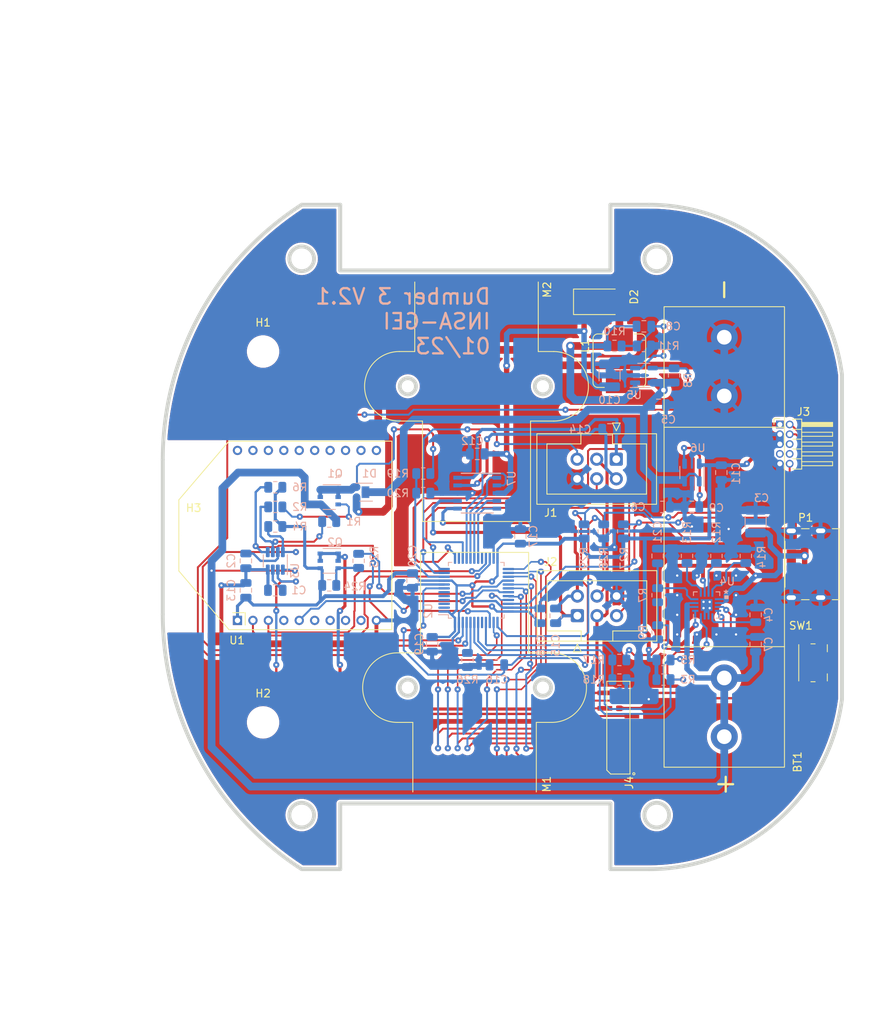
<source format=kicad_pcb>
(kicad_pcb (version 20211014) (generator pcbnew)
  (title_block (title "Dumber-3") (date "2023-01-19") (rev "2.1") (company "INSA-GEI"))
  (layers (0 "F.Cu" signal) (31 "B.Cu" signal) (34 "B.Paste" user) (35 "F.Paste" user) (36 "B.SilkS" user "B.Silkscreen") (37 "F.SilkS" user "F.Silkscreen") (38 "B.Mask" user) (39 "F.Mask" user) (44 "Edge.Cuts" user))
  (net 0 "")
  (net 1 "+BATT")
  (net 2 "GND")
  (net 3 "Net-(C1-Pad1)")
  (net 4 "Net-(C2-Pad1)")
  (net 5 "VBUS")
  (net 6 "Net-(C4-Pad1)")
  (net 7 "Net-(C5-Pad1)")
  (net 8 "+2V5")
  (net 9 "+5V")
  (net 10 "/Power_Charge/Sense_BATT")
  (net 11 "Net-(C9-Pad1)")
  (net 14 "Net-(Q1-Pad3)")
  (net 15 "/Cpu/RESET")
  (net 16 "Net-(J1-Pad3)")
  (net 17 "Net-(C21-Pad1)")
  (net 18 "Net-(Q2-Pad3)")
  (net 19 "Net-(R7-Pad2)")
  (net 20 "Net-(R12-Pad1)")
  (net 21 "Net-(R13-Pad1)")
  (net 22 "Net-(R14-Pad1)")
  (net 23 "/Cpu/OUTGAUCHE_A")
  (net 24 "/Cpu/OUTGAUCHE_B")
  (net 25 "/Cpu/OUTDROIT_A")
  (net 27 "/Cpu/OUTDROIT_B")
  (net 31 "Net-(C8-Pad1)")
  (net 35 "Net-(D2-Pad2)")
  (net 42 "/Cpu/ENCGAUCHE_A")
  (net 43 "/Cpu/ENCGAUCHE_B")
  (net 44 "/Cpu/ENCDROIT_A")
  (net 45 "/Cpu/ENCDROIT_B")
  (net 46 "/Cpu/USART_RX")
  (net 53 "/Cpu/USART_TX")
  (net 54 "/Cpu/XBEE_RESET")
  (net 58 "Net-(R1-Pad1)")
  (net 59 "/Cpu/CHARGER_ST1")
  (net 61 "/Cpu/SHUTDOWN")
  (net 62 "/Cpu/CHARGER_ST2")
  (net 63 "/Cpu/PWM_GAUCHE_A")
  (net 64 "/Cpu/PWM_GAUCHE_B")
  (net 65 "/Cpu/BUTTON_SENSE")
  (net 66 "/Cpu/USB_SENSE")
  (net 67 "/Cpu/BATTERY_SENSE")
  (net 68 "/Cpu/SHUTDOWN_ENC")
  (net 69 "Net-(R26-Pad2)")
  (net 70 "/Cpu/SEG_A")
  (net 71 "/Cpu/SEG_B")
  (net 72 "/Cpu/SEG_C")
  (net 73 "/Cpu/SEG_D")
  (net 74 "/Cpu/SWDIO")
  (net 75 "/Cpu/PWM_DROIT_A")
  (net 76 "/Cpu/PWM_DROIT_B")
  (net 77 "/Cpu/SWCLK")
  (net 78 "/Cpu/SHUTDOWN_5V")
  (net 80 "/Cpu/SEG_E")
  (net 81 "/Cpu/SEG_F")
  (net 82 "/Cpu/SEG_G")
  (net 83 "/Cpu/SEG_DP")
  (net 84 "/Cpu/BUTTON_PRESS")
  (footprint "INSA:Motor Pololu HPCB with encoder" (layer "F.Cu") (at 150.15 150 90)
    (fp_text reference "M1")
    (fp_text value "Motor")
  )
  (footprint "Button_Switch_SMD:Panasonic_EVQPUJ_EVQPUA" (layer "F.Cu") (at 194 122.288 -90)
    (fp_text reference "SW1")
    (fp_text value "SW_Push")
  )
  (footprint "Connector_IDC:IDC-Header_2x03_P2.54mm_Vertical" (layer "F.Cu") (at 168.513 95.9355 -90)
    (fp_text reference "J1")
    (fp_text value "Conn_02x03_Odd_Even")
  )
  (footprint "Diode_SMD:D_SMA" (layer "F.Cu") (at 166.37 75.565)
    (fp_text reference "D2")
    (fp_text value "FM5818-W")
  )
  (footprint "Inductor_SMD:L_Bourns_SRP7028A_7.3x6.6mm" (layer "F.Cu") (at 168.91 83.185 90)
    (fp_text reference "L1")
    (fp_text value "10µH")
  )
  (footprint "INSA:TE 1-84982-0" (layer "F.Cu") (at 168.783 130.683 90)
    (fp_text reference "J4")
    (fp_text value "TE 1-84982-0")
  )
  (footprint "INSA:Motor Pololu HPCB with encoder" (layer "F.Cu") (at 150.4 62 -90)
    (fp_text reference "M2")
    (fp_text value "Motor")
  )
  (footprint "INSA:Battery-14500" (layer "F.Cu") (at 182.5 106 90)
    (fp_text reference "BT1")
    (fp_text value "Li-ION")
  )
  (footprint "Connector_IDC:IDC-Header_2x03_P2.54mm_Vertical" (layer "F.Cu") (at 163.468 116.188 90)
    (fp_text reference "J2")
    (fp_text value "Conn_02x03_Odd_Even")
  )
  (footprint "INSA:USB_C_Receptacle_GCT_USB4125" (layer "F.Cu") (at 190.5 114 90)
    (fp_text reference "P1")
    (fp_text value "USB_C_Plug_GCT_USB4125")
  )
  (footprint "MountingHole:MountingHole_3.2mm_M3_ISO14580" (layer "F.Cu") (at 113.75 106)
    (fp_text reference "H3")
    (fp_text value "MountingHole")
  )
  (footprint "MountingHole:MountingHole_3.2mm_M3_ISO14580" (layer "F.Cu") (at 122.75 130)
    (fp_text reference "H2")
    (fp_text value "MountingHole")
  )
  (footprint "MountingHole:MountingHole_3.2mm_M3_ISO14580" (layer "F.Cu") (at 122.75 82)
    (fp_text reference "H1")
    (fp_text value "MountingHole")
  )
  (footprint "Connector_PinHeader_1.27mm:PinHeader_2x05_P1.27mm_Horizontal" (layer "F.Cu") (at 189.7 91.44)
    (fp_text reference "J3")
    (fp_text value "Conn_02x05_Odd_Even")
  )
  (footprint "INSA:XBEE-3-TH" (layer "F.Cu") (at 139.435 118 90)
    (fp_text reference "U1")
    (fp_text value "XBEE-3")
  )
  (footprint "Capacitor_SMD:C_0805_2012Metric" (layer "B.Cu") (at 156.083 105.918 90)
    (fp_text reference "C17")
    (fp_text value "100nF")
  )
  (footprint "Resistor_SMD:R_0805_2012Metric" (layer "B.Cu") (at 168.275 81.28)
    (fp_text reference "R10")
    (fp_text value "40.2K")
  )
  (footprint "Package_QFP:LQFP-48_7x7mm_P0.5mm" (layer "B.Cu") (at 150.368 112.903)
    (fp_text reference "U2")
    (fp_text value "STM32F071CBTx")
  )
  (footprint "Capacitor_SMD:C_0805_2012Metric" (layer "B.Cu") (at 186.563 116.078 90)
    (fp_text reference "C4")
    (fp_text value "10nF")
  )
  (footprint "Resistor_SMD:R_0805_2012Metric" (layer "B.Cu") (at 173.863 113.538 -90)
    (fp_text reference "R7")
    (fp_text value "1K")
  )
  (footprint "Capacitor_SMD:C_0805_2012Metric" (layer "B.Cu") (at 142.113 111.633 -90)
    (fp_text reference "C20")
    (fp_text value "100nF")
  )
  (footprint "Resistor_SMD:R_0805_2012Metric" (layer "B.Cu") (at 168.91 121.92 180)
    (fp_text reference "R17")
    (fp_text value "150K")
  )
  (footprint "Capacitor_SMD:C_0805_2012Metric" (layer "B.Cu") (at 174.498 102.108)
    (fp_text reference "C6")
    (fp_text value "1µF")
  )
  (footprint "Resistor_SMD:R_0805_2012Metric" (layer "B.Cu") (at 174.625 124.46)
    (fp_text reference "R3")
    (fp_text value "1K")
  )
  (footprint "Capacitor_SMD:C_0805_2012Metric" (layer "B.Cu") (at 144.653 119.888 -90)
    (fp_text reference "C19")
    (fp_text value "100nF")
  )
  (footprint "Package_TO_SOT_SMD:SOT-23-8" (layer "B.Cu") (at 124.333 109.093 90)
    (fp_text reference "U3")
    (fp_text value "LTC2954-2")
  )
  (footprint "Package_SO:TSOP-6_1.65x3.05mm_P0.95mm" (layer "B.Cu") (at 131.318 109.093 180)
    (fp_text reference "Q2")
    (fp_text value "PMN52XP")
  )
  (footprint "Capacitor_SMD:C_0805_2012Metric" (layer "B.Cu") (at 173.863 108.458 90)
    (fp_text reference "C21")
    (fp_text value "1nF")
  )
  (footprint "Resistor_SMD:R_0805_2012Metric" (layer "B.Cu") (at 131.318 112.268)
    (fp_text reference "R24")
    (fp_text value "100K")
  )
  (footprint "Resistor_SMD:R_0805_2012Metric" (layer "B.Cu") (at 131.318 104.013)
    (fp_text reference "R1")
    (fp_text value "100K")
  )
  (footprint "Capacitor_SMD:C_0805_2012Metric" (layer "B.Cu") (at 186.563 119.888 90)
    (fp_text reference "C7")
    (fp_text value "1µF")
  )
  (footprint "Resistor_SMD:R_0805_2012Metric" (layer "B.Cu") (at 177.673 108.458 90)
    (fp_text reference "R13")
    (fp_text value "300")
  )
  (footprint "Package_SO:SSOP-10_3.9x4.9mm_P1.00mm" (layer "B.Cu") (at 150.495 100.33 180)
    (fp_text reference "U7")
    (fp_text value "A3909")
  )
  (footprint "Capacitor_SMD:C_1210_3225Metric" (layer "B.Cu") (at 186.563 104.013 90)
    (fp_text reference "C3")
    (fp_text value "100µF")
  )
  (footprint "Resistor_SMD:R_0805_2012Metric" (layer "B.Cu") (at 124.333 102.108 180)
    (fp_text reference "R2")
    (fp_text value "100K")
  )
  (footprint "Capacitor_SMD:C_0805_2012Metric" (layer "B.Cu") (at 172.085 78.74 180)
    (fp_text reference "C8")
    (fp_text value "650pF")
  )
  (footprint "Resistor_SMD:R_0805_2012Metric" (layer "B.Cu") (at 174.625 121.92)
    (fp_text reference "R5")
    (fp_text value "1K")
  )
  (footprint "Resistor_SMD:R_0805_2012Metric" (layer "B.Cu") (at 172.085 81.28 180)
    (fp_text reference "R11")
    (fp_text value "13.3K")
  )
  (footprint "Capacitor_SMD:C_0805_2012Metric" (layer "B.Cu") (at 173.99 88.9)
    (fp_text reference "C5")
    (fp_text value "2.2µF")
  )
  (footprint "Resistor_SMD:R_0805_2012Metric" (layer "B.Cu") (at 168.91 124.46)
    (fp_text reference "R18")
    (fp_text value "100K")
  )
  (footprint "Resistor_SMD:R_0805_2012Metric" (layer "B.Cu") (at 143.51 97.79 180)
    (fp_text reference "R19")
    (fp_text value "150K")
  )
  (footprint "Capacitor_SMD:C_0805_2012Metric" (layer "B.Cu") (at 120.523 112.903 90)
    (fp_text reference "C13")
    (fp_text value "1µF")
  )
  (footprint "INSA:L6924UTR" (layer "B.Cu") (at 180.213 114.808 180)
    (fp_text reference "U4")
    (fp_text value "L6924U" hide)
  )
  (footprint "Resistor_SMD:R_0805_2012Metric" (layer "B.Cu") (at 173.863 118.3405 -90)
    (fp_text reference "R9")
    (fp_text value "470")
  )
  (footprint "Resistor_SMD:R_0805_2012Metric" (layer "B.Cu") (at 185.293 108.458 90)
    (fp_text reference "R14")
    (fp_text value "15K")
  )
  (footprint "Resistor_SMD:R_0805_2012Metric" (layer "B.Cu") (at 164.338 105.283 90)
    (fp_text reference "R29")
    (fp_text value "100K")
  )
  (footprint "Capacitor_SMD:C_1210_3225Metric" (layer "B.Cu") (at 167.64 85.09 90)
    (fp_text reference "C10")
    (fp_text value "10µF")
  )
  (footprint "Resistor_SMD:R_0805_2012Metric" (layer "B.Cu") (at 149.225 121.92 90)
    (fp_text reference "R26")
    (fp_text value "10K")
  )
  (footprint "Resistor_SMD:R_0805_2012Metric" (layer "B.Cu") (at 166.878 105.283 -90)
    (fp_text reference "R28")
    (fp_text value "100K")
  )
  (footprint "Resistor_SMD:R_0805_2012Metric" (layer "B.Cu") (at 176 85.09 -90)
    (fp_text reference "R8")
    (fp_text value "47K")
  )
  (footprint "Resistor_SMD:R_0805_2012Metric" (layer "B.Cu") (at 124.333 99.568 180)
    (fp_text reference "R6")
    (fp_text value "10K")
  )
  (footprint "Resistor_SMD:R_0805_2012Metric" (layer "B.Cu") (at 135.128 109.093 90)
    (fp_text reference "R25")
    (fp_text value "10R")
  )
  (footprint "Resistor_SMD:R_0805_2012Metric" (layer "B.Cu") (at 169.418 105.283 90)
    (fp_text reference "R27")
    (fp_text value "100K")
  )
  (footprint "Capacitor_SMD:C_0805_2012Metric" (layer "B.Cu") (at 167.64 92.075 180)
    (fp_text reference "C14")
    (fp_text value "470nF")
  )
  (footprint "Resistor_SMD:R_0805_2012Metric" (layer "B.Cu") (at 181.483 108.458 90)
    (fp_text reference "R12")
    (fp_text value "15K")
  )
  (footprint "Capacitor_SMD:C_0805_2012Metric" (layer "B.Cu") (at 160.655 116.205 90)
    (fp_text reference "C15")
    (fp_text value "470nF")
  )
  (footprint "Capacitor_SMD:C_0805_2012Metric" (layer "B.Cu") (at 150.495 95.25 180)
    (fp_text reference "C12")
    (fp_text value "1µF")
  )
  (footprint "Capacitor_SMD:C_0805_2012Metric" (layer "B.Cu") (at 124.333 112.903 180)
    (fp_text reference "C1")
    (fp_text value "10nF")
  )
  (footprint "Package_SO:TSOP-6_1.65x3.05mm_P0.95mm" (layer "B.Cu") (at 131.318 100.838 180)
    (fp_text reference "Q1")
    (fp_text value "PMN52XP")
  )
  (footprint "Package_TO_SOT_SMD:SOT-23-5" (layer "B.Cu") (at 178.308 97.663 90)
    (fp_text reference "U6")
    (fp_text value "AP2206")
  )
  (footprint "Capacitor_SMD:C_0805_2012Metric" (layer "B.Cu") (at 178.308 102.108 180)
    (fp_text reference "C9")
    (fp_text value "100pF")
  )
  (footprint "Capacitor_SMD:C_0805_2012Metric" (layer "B.Cu") (at 182.118 97.663 -90)
    (fp_text reference "C11")
    (fp_text value "1µF")
  )
  (footprint "Capacitor_SMD:C_0805_2012Metric" (layer "B.Cu") (at 158.623 116.205 90)
    (fp_text reference "C18")
    (fp_text value "100nF")
  )
  (footprint "INSA:Nexperia_SOT-1061" (layer "B.Cu") (at 134.763 99.203 -90)
    (fp_text reference "D1")
    (fp_text value "PMEG2020CPA")
  )
  (footprint "Package_TO_SOT_SMD:SOT-23-5" (layer "B.Cu") (at 172.085 85.09)
    (fp_text reference "U5")
    (fp_text value "LM2731XMF")
  )
  (footprint "Capacitor_SMD:C_0805_2012Metric" (layer "B.Cu") (at 153.035 122.555 180)
    (fp_text reference "C16")
    (fp_text value "100nF")
  )
  (footprint "Resistor_SMD:R_0805_2012Metric" (layer "B.Cu") (at 124.333 104.648 180)
    (fp_text reference "R4")
    (fp_text value "100K")
  )
  (footprint "Capacitor_SMD:C_0805_2012Metric" (layer "B.Cu") (at 120.523 109.093 -90)
    (fp_text reference "C2")
    (fp_text value "68nF")
  )
  (footprint "Resistor_SMD:R_0805_2012Metric" (layer "B.Cu") (at 143.51 100.33)
    (fp_text reference "R20")
    (fp_text value "100K")
  )
  (gr_circle locked (center 173.75 70) (end 173.75 69.99) (layer "Edge.Cuts") (width 0.0001) (fill solid))
  (gr_circle locked (center 141.5 86.5) (end 141.5 86.49) (layer "Edge.Cuts") (width 0.0001) (fill solid))
  (gr_circle locked (center 173.75 70) (end 173.75 68.4) (layer "Edge.Cuts") (width 0.5) (fill none))
  (gr_circle locked (center 141.5 86.5) (end 141.5 85.45) (layer "Edge.Cuts") (width 0.5) (fill none))
  (gr_line locked (start 167.75 63) (end 167.75 71.5) (layer "Edge.Cuts") (width 0.5))
  (gr_line locked (start 109.75 96) (end 109.75 116) (layer "Edge.Cuts") (width 0.5))
  (gr_circle locked (center 127.75 142) (end 127.75 140.4) (layer "Edge.Cuts") (width 0.5) (fill none))
  (gr_arc locked (start 109.75 96) (mid 114.542599 77.205054) (end 127.75 63) (layer "Edge.Cuts") (width 0.5))
  (gr_line locked (start 197.75 127) (end 197.75 85) (layer "Edge.Cuts") (width 0.5))
  (gr_circle locked (center 127.75 70) (end 127.75 68.4) (layer "Edge.Cuts") (width 0.5) (fill none))
  (gr_line locked (start 167.75 149) (end 172.75 149) (layer "Edge.Cuts") (width 0.5))
  (gr_line locked (start 172.75 63) (end 167.75 63) (layer "Edge.Cuts") (width 0.5))
  (gr_circle locked (center 159 125.5) (end 159 125.49) (layer "Edge.Cuts") (width 0.0001) (fill solid))
  (gr_circle locked (center 159 86.5) (end 159 86.49) (layer "Edge.Cuts") (width 0.0001) (fill solid))
  (gr_circle locked (center 149 116) (end 149 115.99) (layer "Edge.Cuts") (width 0.0001) (fill solid))
  (gr_line locked (start 132.75 149) (end 132.75 140.5) (layer "Edge.Cuts") (width 0.5))
  (gr_line locked (start 167.75 140.5) (end 167.75 149) (layer "Edge.Cuts") (width 0.5))
  (gr_line locked (start 127.75 149) (end 132.75 149) (layer "Edge.Cuts") (width 0.5))
  (gr_line locked (start 167.75 71.5) (end 132.75 71.5) (layer "Edge.Cuts") (width 0.5))
  (gr_circle locked (center 127.75 70) (end 127.75 69.99) (layer "Edge.Cuts") (width 0.0001) (fill solid))
  (gr_arc locked (start 127.75 149) (mid 114.542599 134.794946) (end 109.75 116) (layer "Edge.Cuts") (width 0.5))
  (gr_circle locked (center 173.75 142) (end 173.75 140.4) (layer "Edge.Cuts") (width 0.5) (fill none))
  (gr_circle locked (center 149 96) (end 149 95.99) (layer "Edge.Cuts") (width 0.0001) (fill solid))
  (gr_line locked (start 132.75 63) (end 127.75 63) (layer "Edge.Cuts") (width 0.5))
  (gr_line locked (start 132.75 71.5) (end 132.75 63) (layer "Edge.Cuts") (width 0.5))
  (gr_arc locked (start 172.75 63) (mid 189.400824 69.283153) (end 197.75 85) (layer "Edge.Cuts") (width 0.5))
  (gr_circle locked (center 159 86.5) (end 159 85.45) (layer "Edge.Cuts") (width 0.5) (fill none))
  (gr_circle locked (center 173.75 142) (end 173.75 141.99) (layer "Edge.Cuts") (width 0.0001) (fill solid))
  (gr_circle locked (center 141.5 125.5) (end 141.5 125.49) (layer "Edge.Cuts") (width 0.0001) (fill solid))
  (gr_line locked (start 132.75 140.5) (end 167.75 140.5) (layer "Edge.Cuts") (width 0.5))
  (gr_circle locked (center 159 125.5) (end 159 124.45) (layer "Edge.Cuts") (width 0.5) (fill none))
  (gr_circle locked (center 141.5 125.5) (end 141.5 124.45) (layer "Edge.Cuts") (width 0.5) (fill none))
  (gr_arc locked (start 197.75 127) (mid 189.400826 142.716848) (end 172.75 149) (layer "Edge.Cuts") (width 0.5))
  (gr_circle locked (center 127.75 142) (end 127.76 142) (layer "Edge.Cuts") (width 0.0001) (fill solid))
  (gr_text "Dumber 3 V2.1\nINSA-GEI\n01/23\n" (at 152.4 78.105) (layer "B.SilkS") (effects (font (size 2 2) (thickness 0.3)) (justify left mirror)))
  (segment (start 126.873 110.363) (end 116.078 110.363) (width 0.25) (layer "F.Cu") (net 1))
  (via (at 116.078 110.363) (size 0.8) (drill 0.3) (layers "F.Cu" "B.Cu") (net 1))
  (via (at 126.873 110.363) (size 0.8) (drill 0.3) (layers "F.Cu" "B.Cu") (net 1))
  (segment (start 117.475 107.696) (end 117.475 99.695) (width 1) (layer "B.Cu") (net 1))
  (segment (start 116.078 109.093) (end 117.475 107.696) (width 1) (layer "B.Cu") (net 1))
  (segment (start 132.2305 104.013) (end 132.2305 103.8605) (width 0.7) (layer "B.Cu") (net 1))
  (segment (start 128.143 98.298) (end 128.143 101.473) (width 1) (layer "B.Cu") (net 1))
  (segment (start 127.508 97.663) (end 128.143 98.298) (width 1) (layer "B.Cu") (net 1))
  (segment (start 182.5 137.415) (end 181.612 138.303) (width 1) (layer "B.Cu") (net 1))
  (segment (start 126.7405 110.2305) (end 126.873 110.363) (width 0.25) (layer "B.Cu") (net 1))
  (segment (start 116.078 110.363) (end 116.078 109.093) (width 1) (layer "B.Cu") (net 1))
  (segment (start 130.158 101.788) (end 130.253 101.788) (width 1) (layer "B.Cu") (net 1))
  (segment (start 116.078 133.223) (end 116.078 110.363) (width 1) (layer "B.Cu") (net 1))
  (segment (start 121.158 138.303) (end 116.078 133.223) (width 1) (layer "B.Cu") (net 1))
  (segment (start 182.5 131.85) (end 182.5 124.25) (width 1) (layer "B.Cu") (net 1))
  (segment (start 119.507 97.663) (end 127.508 97.663) (width 1) (layer "B.Cu") (net 1))
  (segment (start 177.923 115.058) (end 178.7398 115.058) (width 0.25) (layer "B.Cu") (net 1))
  (segment (start 185.376 124.25) (end 186.563 123.063) (width 1) (layer "B.Cu") (net 1))
  (segment (start 182.5 131.85) (end 182.5 137.415) (width 1) (layer "B.Cu") (net 1))
  (segment (start 178.86 124.25) (end 177.673 123.063) (width 0.7) (layer "B.Cu") (net 1))
  (segment (start 132.2305 103.7655) (end 132.2305 104.013) (width 1) (layer "B.Cu") (net 1))
  (segment (start 117.475 99.695) (end 119.507 97.663) (width 1) (layer "B.Cu") (net 1))
  (segment (start 177.673 123.063) (end 177.673 114.808) (width 0.7) (layer "B.Cu") (net 1))
  (segment (start 181.612 138.303) (end 121.158 138.303) (width 1) (layer "B.Cu") (net 1))
  (segment (start 186.563 123.063) (end 186.563 120.838) (width 1) (layer "B.Cu") (net 1))
  (segment (start 182.5 124.25) (end 178.86 124.25) (width 0.7) (layer "B.Cu") (net 1))
  (segment (start 177.923 114.558) (end 177.673 114.808) (width 0.25) (layer "B.Cu") (net 1))
  (segment (start 128.458 101.788) (end 130.158 101.788) (width 1) (layer "B.Cu") (net 1))
  (segment (start 177.673 114.808) (end 177.923 115.058) (width 0.25) (layer "B.Cu") (net 1))
  (segment (start 128.143 101.473) (end 128.458 101.788) (width 1) (layer "B.Cu") (net 1))
  (segment (start 125.308 110.2305) (end 126.7405 110.2305) (width 0.25) (layer "B.Cu") (net 1))
  (segment (start 130.253 101.788) (end 132.2305 103.7655) (width 1) (layer "B.Cu") (net 1))
  (segment (start 178.7398 114.558) (end 177.923 114.558) (width 0.25) (layer "B.Cu") (net 1))
  (segment (start 182.5 124.25) (end 185.376 124.25) (width 1) (layer "B.Cu") (net 1))
  (segment (start 118.11 120.015) (end 117.348 119.253) (width 0.5) (layer "F.Cu") (net 2))
  (segment (start 168.548 113.648) (end 168.548 107.588) (width 0.4) (layer "F.Cu") (net 2))
  (segment (start 117.348 119.253) (end 117.348 112.268) (width 0.5) (layer "F.Cu") (net 2))
  (segment (start 194.945 124.093) (end 194.945 113.885) (width 1) (layer "F.Cu") (net 2))
  (segment (start 172.72 127) (end 172.72 134.8105) (width 0.25) (layer "F.Cu") (net 2))
  (segment (start 137.16 120.015) (end 118.11 120.015) (width 0.5) (layer "F.Cu") (net 2))
  (segment (start 191.18 106.78) (end 191.18 105.21) (width 1) (layer "F.Cu") (net 2))
  (segment (start 137.435 119.74) (end 137.16 120.015) (width 0.5) (layer "F.Cu") (net 2))
  (segment (start 178.308 104.648) (end 182.748 104.648) (width 0.5) (layer "F.Cu") (net 2))
  (segment (start 161.5785 100.33) (end 163.433 98.4755) (width 0.7) (layer "F.Cu") (net 2))
  (segment (start 172.72 134.8105) (end 172.3475 135.183) (width 0.25) (layer "F.Cu") (net 2))
  (segment (start 172.3475 135.183) (end 170.533 135.183) (width 0.25) (layer "F.Cu") (net 2))
  (segment (start 168.548 107.588) (end 168.275 107.315) (width 0.4) (layer "F.Cu") (net 2))
  (segment (start 149.86 100.33) (end 161.5785 100.33) (width 0.7) (layer "F.Cu") (net 2))
  (segment (start 137.435 116.8) (end 137.435 119.74) (width 0.5) (layer "F.Cu") (net 2))
  (segment (start 182.748 104.648) (end 183.068 104.968) (width 0.5) (layer "F.Cu") (net 2))
  (segment (start 194.85 124.188) (end 194.945 124.093) (width 1) (layer "F.Cu") (net 2))
  (segment (start 191.18 112.28) (end 191.18 113.85) (width 1) (layer "F.Cu") (net 2))
  (segment (start 194.945 113.885) (end 194.98 113.85) (width 1) (layer "F.Cu") (net 2))
  (via locked (at 184.023 113.538) (size 0.8) (drill 0.3) (layers "F.Cu" "B.Cu") (net 2))
  (via locked (at 176.403 110.998) (size 0.8) (drill 0.3) (layers "F.Cu" "B.Cu") (net 2))
  (via (at 149.86 100.33) (size 0.8) (drill 0.3) (layers "F.Cu" "B.Cu") (net 2))
  (via locked (at 181.483 110.998) (size 0.8) (drill 0.3) (layers "F.Cu" "B.Cu") (net 2))
  (via (at 172.72 127) (size 0.8) (drill 0.3) (layers "F.Cu" "B.Cu") (net 2))
  (via (at 117.348 112.268) (size 0.8) (drill 0.3) (layers "F.Cu" "B.Cu") (net 2))
  (via locked (at 176.403 116.078) (size 0.8) (drill 0.3) (layers "F.Cu" "B.Cu") (net 2))
  (via (at 168.275 107.315) (size 0.8) (drill 0.3) (layers "F.Cu" "B.Cu") (net 2))
  (via locked (at 176.403 113.538) (size 0.8) (drill 0.3) (layers "F.Cu" "B.Cu") (net 2))
  (via locked (at 178.943 118.618) (size 0.8) (drill 0.3) (layers "F.Cu" "B.Cu") (net 2))
  (via locked (at 178.943 110.998) (size 0.8) (drill 0.3) (layers "F.Cu" "B.Cu") (net 2))
  (via locked (at 184.023 110.998) (size 0.8) (drill 0.3) (layers "F.Cu" "B.Cu") (net 2))
  (via (at 183.068 104.968) (size 0.8) (drill 0.3) (layers "F.Cu" "B.Cu") (net 2))
  (via locked (at 176.403 118.618) (size 0.8) (drill 0.3) (layers "F.Cu" "B.Cu") (net 2))
  (via (at 178.308 104.648) (size 0.8) (drill 0.3) (layers "F.Cu" "B.Cu") (net 2))
  (via locked (at 181.483 118.618) (size 0.8) (drill 0.3) (layers "F.Cu" "B.Cu") (net 2))
  (via locked (at 184.023 118.618) (size 0.8) (drill 0.3) (layers "F.Cu" "B.Cu") (net 2))
  (via locked (at 184.023 116.078) (size 0.8) (drill 0.3) (layers "F.Cu" "B.Cu") (net 2))
  (segment (start 153.76267 115.153) (end 154.5305 115.153) (width 0.3) (layer "B.Cu") (net 2))
  (segment (start 175.448 102.108) (end 177.358 102.108) (width 1) (layer "B.Cu") (net 2))
  (segment (start 188.468 94.504894) (end 188.992894 93.98) (width 1) (layer "B.Cu") (net 2))
  (segment (start 145.796 100.33) (end 145.923 100.203) (width 0.7) (layer "B.Cu") (net 2))
  (segment (start 168.098 105.233) (end 177.723 105.233) (width 0.4) (layer "B.Cu") (net 2))
  (segment (start 190.693 115.128) (end 191.18 115.615) (width 1) (layer "B.Cu") (net 2))
  (segment (start 182.5 92.33) (end 182.5 87.75) (width 1) (layer "B.Cu") (net 2))
  (segment (start 142.113 112.583) (end 142.113 116.713) (width 0.5) (layer "B.Cu") (net 2))
  (segment (start 171.45 118.745) (end 171.958 119.253) (width 0.4) (layer "B.Cu") (net 2))
  (segment (start 166.878 106.1955) (end 166.5205 106.1955) (width 0.4) (layer "B.Cu") (net 2))
  (segment (start 165.608 105.283) (end 162.748 105.283) (width 0.4) (layer "B.Cu") (net 2))
  (segment (start 172.72 125.73) (end 171.323 124.333) (width 0.25) (layer "B.Cu") (net 2))
  (segment (start 168.275 105.41) (end 168.098 105.233) (width 0.4) (layer "B.Cu") (net 2))
  (segment (start 149.098 122.7055) (end 149.225 122.8325) (width 0.5) (layer "B.Cu") (net 2))
  (segment (start 153.223 104.968) (end 156.083 104.968) (width 0.3) (layer "B.Cu") (net 2))
  (segment (start 148.118 118.329396) (end 147.32 119.127396) (width 0.3) (layer "B.Cu") (net 2))
  (segment (start 185.2555 107.508) (end 185.293 107.5455) (width 1) (layer "B.Cu") (net 2))
  (segment (start 142.543 112.153) (end 142.113 112.583) (width 0.3) (layer "B.Cu") (net 2))
  (segment (start 178.308 98.8005) (end 178.308 101.158) (width 0.5) (layer "B.Cu") (net 2))
  (segment (start 171.958 119.253) (end 172.593 119.253) (width 0.4) (layer "B.Cu") (net 2))
  (segment (start 191.18 103.55) (end 191.18 105.21) (width 1) (layer "B.Cu") (net 2))
  (segment (start 137.435 116.8) (end 142.026 116.8) (width 0.5) (layer "B.Cu") (net 2))
  (segment (start 168.548 111.398) (end 168.548 113.648) (width 0.3) (layer "B.Cu") (net 2))
  (segment (start 149.606 114.3) (end 152.90967 114.3) (width 0.3) (layer "B.Cu") (net 2))
  (segment (start 182.118 100.838) (end 182.118 98.613) (width 1) (layer "B.Cu") (net 2))
  (segment (start 168.275 107.315) (end 168.275 105.41) (width 0.4) (layer "B.Cu") (net 2))
  (segment (start 181.37 81.28) (end 182.5 80.15) (width 1) (layer "B.Cu") (net 2))
  (segment (start 190.053 118.938) (end 191.18 117.811) (width 1) (layer "B.Cu") (net 2))
  (segment (start 147.945 100.33) (end 149.86 100.33) (width 0.7) (layer "B.Cu") (net 2))
  (segment (start 189.7 92.71) (end 189.7 93.98) (width 1) (layer "B.Cu") (net 2))
  (segment (start 186.563 102.538) (end 189.308 102.538) (width 1) (layer "B.Cu") (net 2))
  (segment (start 120.523 111.953) (end 120.523 110.043) (width 0.4) (layer "B.Cu") (net 2))
  (segment (start 171.445 83.19) (end 168.065 83.19) (width 1) (layer "B.Cu") (net 2))
  (segment (start 177.358 103.698) (end 178.308 104.648) (width 0.5) (layer "B.Cu") (net 2))
  (segment (start 167.64 83.615) (end 167.64 84.455) (width 1) (layer "B.Cu") (net 2))
  (segment (start 148.1055 122.7055) (end 149.098 122.7055) (width 0.5) (layer "B.Cu") (net 2))
  (segment (start 188.468 94.504894) (end 182.769894 94.504894) (width 1) (layer "B.Cu") (net 2))
  (segment (start 161.163 104.968) (end 161.798 104.333) (width 0.5) (layer "B.Cu") (net 2))
  (segment (start 156.083 104.968) (end 161.163 104.968) (width 0.5) (layer "B.Cu") (net 2))
  (segment (start 182.5 94.235) (end 182.5 92.33) (width 1) (layer "B.Cu") (net 2))
  (segment (start 191.18 115.615) (end 191.18 113.85) (width 1) (layer "B.Cu") (net 2))
  (segment (start 148.118 115.788) (end 148.753 115.153) (width 0.25) (layer "B.Cu") (net 2))
  (segment (start 166.878 106.1955) (end 166.878 106.172) (width 0.4) (layer "B.Cu") (net 2))
  (segment (start 152.618 105.573) (end 153.223 104.968) (width 0.3) (layer "B.Cu") (net 2))
  (segment (start 145.923 100.203) (end 146.05 100.33) (width 0.7) (layer "B.Cu") (net 2))
  (segment (start 194.98 113.85) (end 191.18 113.85) (width 1) (layer "B.Cu") (net 2))
  (segment (start 189.308 102.538) (end 190.168 102.538) (width 1) (layer "B.Cu") (net 2))
  (segment (start 182.769894 94.504894) (end 182.5 94.235) (width 1) (layer "B.Cu") (net 2))
  (segment (start 117.348 112.268) (end 120.208 112.268) (width 0.5) (layer "B.Cu") (net 2))
  (segment (start 186.563 118.938) (end 190.053 118.938) (width 1) (layer "B.Cu") (net 2))
  (segment (start 191.19 105.2) (end 191.18 105.21) (width 1) (layer "B.Cu") (net 2))
  (segment (start 158.623 114.427) (end 162.56 110.49) (width 0.3) (layer "B.Cu") (net 2))
  (segment (start 183.068 107.508) (end 185.2555 107.508) (width 1) (layer "B.Cu") (net 2))
  (segment (start 142.113 120.523) (end 142.428 120.838) (width 0.5) (layer "B.Cu") (net 2))
  (segment (start 168.065 83.19) (end 167.64 83.615) (width 1) (layer "B.Cu") (net 2))
  (segment (start 186.563 115.128) (end 190.693 115.128) (width 1) (layer "B.Cu") (net 2))
  (segment (start 171.323 124.333) (end 171.45 124.206) (width 0.5) (layer "B.Cu") (net 2))
  (segment (start 183.068 103.698) (end 183.068 104.968) (width 1) (layer "B.Cu") (net 2))
  (segment (start 173.863 107.508) (end 183.068 107.508) (width 1) (layer "B.Cu") (net 2))
  (segment (start 167.64 110.49) (end 168.548 111.398) (width 0.3) (layer "B.Cu") (net 2))
  (segment (start 149.545 95.25) (end 146.05 95.25) (width 0.7) (layer "B.Cu") (net 2))
  (segment (start 147.32 122.555) (end 147.4705 122.7055) (width 0.3) (layer "B.Cu") (net 2))
  (segment (start 183.818 102.538) (end 182.118 100.838) (width 1) (layer "B.Cu") (net 2))
  (segment (start 152.618 108.7405) (end 152.618 105.573) (width 0.3) (layer "B.Cu") (net 2))
  (segment (start 166.878 106.172) (end 167.817 105.233) (width 0.4) (layer "B.Cu") (net 2))
  (segment (start 177.723 105.233) (end 178.308 104.648) (width 0.4) (layer "B.Cu") (net 2))
  (segment (start 194.98 105.2) (end 194.98 113.85) (width 1) (layer "B.Cu") (net 2))
  (segment (start 144.4225 100.33) (end 145.796 100.33) (width 0.7) (layer "B.Cu") (net 2))
  (segment (start 149.5025 122.555) (end 149.225 122.8325) (width 0.5) (layer "B.Cu") (net 2))
  (segment (start 158.623 115.255) (end 158.623 114.427) (width 0.3) (layer "B.Cu") (net 2))
  (segment (start 188.992894 93.98) (end 189.7 93.98) (width 1) (layer "B.Cu") (net 2))
  (segment (start 123.383 110.2555) (end 123.358 110.2305) (width 0.4) (layer "B.Cu") (net 2))
  (segment (start 171.45 124.206) (end 171.45 119.888) (width 0.5) (layer "B.Cu") (net 2))
  (segment (start 146.05 100.076) (end 145.923 100.203) (width 0.7) (layer "B.Cu") (net 2))
  (segment (start 142.428 120.838) (end 144.653 120.838) (width 0.5) (layer "B.Cu") (net 2))
  (segment (start 190.168 102.538) (end 191.18 103.55) (width 1) (layer "B.Cu") (net 2))
  (segment (start 184.228 102.538) (end 183.818 102.538) (width 1) (layer "B.Cu") (net 2))
  (segment (start 184.228 102.538) (end 183.068 103.698) (width 1) (layer "B.Cu") (net 2))
  (segment (start 161.798 100.1105) (end 161.798 104.333) (width 0.4) (layer "B.Cu") (net 2))
  (segment (start 152.90967 114.3) (end 153.76267 115.153) (width 0.3) (layer "B.Cu") (net 2))
  (segment (start 189.7 96.52) (end 189.23 96.52) (width 1) (layer "B.Cu") (net 2))
  (segment (start 179.963 115.058) (end 180.213 114.808) (width 0.25) (layer "B.Cu") (net 2))
  (segment (start 171.45 119.888) (end 172.085 119.253) (width 0.5) (layer "B.Cu") (net 2))
  (segment (start 148.753 115.153) (end 149.606 114.3) (width 0.3) (layer "B.Cu") (net 2))
  (segment (start 146.05 95.25) (end 146.05 100.076) (width 0.7) (layer "B.Cu") (net 2))
  (segment (start 172.593 119.253) (end 173.863 119.253) (width 0.5) (layer "B.Cu") (net 2))
  (segment (start 166.5205 106.1955) (end 165.608 105.283) (width 0.4) (layer "B.Cu") (net 2))
  (segment (start 144.653 120.838) (end 144.653 121.793) (width 0.5) (layer "B.Cu") (net 2))
  (segment (start 144.653 121.793) (end 145.5655 122.7055) (width 0.5) (layer "B.Cu") (net 2))
  (segment (start 162.56 110.49) (end 167.64 110.49) (width 0.3) (layer "B.Cu") (net 2))
  (segment (start 152.085 122.555) (end 149.5025 122.555) (width 0.5) (layer "B.Cu") (net 2))
  (segment (start 183.068 104.968) (end 183.068 107.508) (width 1) (layer "B.Cu") (net 2))
  (segment (start 172.9975 81.28) (end 181.37 81.28) (width 1) (layer "B.Cu") (net 2))
  (segment (start 186.563 102.538) (end 184.228 102.538) (width 1) (layer "B.Cu") (net 2))
  (segment (start 167.64 84.455) (end 168.275 85.09) (width 1) (layer "B.Cu") (net 2))
  (segment (start 174.94 88.9) (end 181.35 88.9) (width 1) (layer "B.Cu") (net 2))
  (segment (start 147.4705 122.7055) (end 148.1055 122.7055) (width 0.3) (layer "B.Cu") (net 2))
  (segment (start 120.208 112.268) (end 120.523 111.953) (width 0.5) (layer "B.Cu") (net 2))
  (segment (start 191.18 117.811) (end 191.18 115.615) (width 1) (layer "B.Cu") (net 2))
  (segment (start 177.358 102.108) (end 177.358 103.698) (width 0.5) (layer "B.Cu") (net 2))
  (segment (start 148.118 117.0655) (end 148.118 118.329396) (width 0.3) (layer "B.Cu") (net 2))
  (segment (start 120.7105 110.2305) (end 120.523 110.043) (width 0.4) (layer "B.Cu") (net 2))
  (segment (start 169.8225 124.46) (end 171.196 124.46) (width 0.5) (layer "B.Cu") (net 2))
  (segment (start 154.5305 115.153) (end 158.521 115.153) (width 0.3) (layer "B.Cu") (net 2))
  (segment (start 178.308 101.158) (end 177.358 102.108) (width 0.5) (layer "B.Cu") (net 2))
  (segment (start 194.98 105.2) (end 191.19 105.2) (width 1) (layer "B.Cu") (net 2))
  (segment (start 146.05 100.33) (end 147.945 100.33) (width 0.7) (layer "B.Cu") (net 2))
  (segment (start 148.118 117.0655) (end 148.118 115.788) (width 0.25) (layer "B.Cu") (net 2))
  (segment (start 162.748 105.283) (end 161.798 104.333) (width 0.4) (layer "B.Cu") (net 2))
  (segment (start 180.463 115.358) (end 180.613 115.208) (width 0.25) (layer "B.Cu") (net 2))
  (segment (start 171.45 114.3) (end 171.45 118.745) (width 0.4) (layer "B.Cu") (net 2))
  (segment (start 123.358 110.2305) (end 120.7105 110.2305) (width 0.4) (layer "B.Cu") (net 2))
  (segment (start 189.7 102.146) (end 189.308 102.538) (width 1) (layer "B.Cu") (net 2))
  (segment (start 123.383 112.903) (end 123.383 110.2555) (width 0.4) (layer "B.Cu") (net 2))
  (segment (start 142.026 116.8) (end 142.113 116.713) (width 0.5) (layer "B.Cu") (net 2))
  (segment (start 182.5 80.15) (end 182.5 87.75) (width 1) (layer "B.Cu") (net 2))
  (segment (start 168.275 85.09) (end 169.545 85.09) (width 1) (layer "B.Cu") (net 2))
  (segment (start 172.9975 81.6375) (end 171.445 83.19) (width 1) (layer "B.Cu") (net 2))
  (segment (start 158.521 115.153) (end 158.623 115.255) (width 0.3) (layer "B.Cu") (net 2))
  (segment (start 172.085 119.253) (end 172.593 119.253) (width 0.5) (layer "B.Cu") (net 2))
  (segment (start 172.72 127) (end 172.72 125.73) (width 0.25) (layer "B.Cu") (net 2))
  (segment (start 147.32 119.127396) (end 147.32 122.555) (width 0.3) (layer "B.Cu") (net 2))
  (segment (start 171.196 124.46) (end 171.323 124.333) (width 0.5) (layer "B.Cu") (net 2))
  (segment (start 146.2055 112.153) (end 142.543 112.153) (width 0.3) (layer "B.Cu") (net 2))
  (segment (start 181.35 88.9) (end 182.5 87.75) (width 1) (layer "B.Cu") (net 2))
  (segment (start 142.113 116.713) (end 142.113 120.523) (width 0.5) (layer "B.Cu") (net 2))
  (segment (start 179.963 116.2812) (end 179.963 115.058) (width 0.25) (layer "B.Cu") (net 2))
  (segment (start 189.23 96.52) (end 188.468 95.758) (width 1) (layer "B.Cu") (net 2))
  (segment (start 167.817 105.233) (end 168.098 105.233) (width 0.4) (layer "B.Cu") (net 2))
  (segment (start 163.433 98.4755) (end 161.798 100.1105) (width 0.4) (layer "B.Cu") (net 2))
  (segment (start 168.548 113.648) (end 170.798 113.648) (width 0.4) (layer "B.Cu") (net 2))
  (segment (start 189.7 96.52) (end 189.7 102.146) (width 1) (layer "B.Cu") (net 2))
  (segment (start 172.9975 81.28) (end 172.9975 81.6375) (width 1) (layer "B.Cu") (net 2))
  (segment (start 170.798 113.648) (end 171.45 114.3) (width 0.4) (layer "B.Cu") (net 2))
  (segment (start 180.463 116.2812) (end 180.463 115.358) (width 0.25) (layer "B.Cu") (net 2))
  (segment (start 188.468 95.758) (end 188.468 94.504894) (width 1) (layer "B.Cu") (net 2))
  (segment (start 169.545 85.09) (end 170.9475 85.09) (width 0.5) (layer "B.Cu") (net 2))
  (segment (start 145.5655 122.7055) (end 148.1055 122.7055) (width 0.5) (layer "B.Cu") (net 2))
  (segment (start 124.008 111.628) (end 125.283 112.903) (width 0.3) (layer "B.Cu") (net 3))
  (segment (start 124.008 110.2305) (end 124.008 111.628) (width 0.3) (layer "B.Cu") (net 3))
  (segment (start 124.658 107.9555) (end 124.658 108.768) (width 0.3) (layer "B.Cu") (net 4))
  (segment (start 124.333 109.093) (end 122.428 109.093) (width 0.3) (layer "B.Cu") (net 4))
  (segment (start 121.478 108.143) (end 120.523 108.143) (width 0.3) (layer "B.Cu") (net 4))
  (segment (start 124.658 108.768) (end 124.333 109.093) (width 0.3) (layer "B.Cu") (net 4))
  (segment (start 122.428 109.093) (end 121.478 108.143) (width 0.3) (layer "B.Cu") (net 4))
  (segment (start 192.913 104.013) (end 195.453 101.473) (width 1) (layer "F.Cu") (net 5))
  (segment (start 175.768 109.728) (end 179.578 109.728) (width 0.5) (layer "F.Cu") (net 5))
  (segment (start 177.038 119.888) (end 175.768 119.888) (width 0.5) (layer "F.Cu") (net 5))
  (segment (start 185.293 109.728) (end 186.563 110.998) (width 0.5) (layer "F.Cu") (net 5))
  (segment (start 195.453 101.473) (end 195.453 86.233) (width 1) (layer "F.Cu") (net 5))
  (segment (start 179.737444 111.633) (end 179.743 111.627444) (width 0.5) (layer "F.Cu") (net 5))
  (segment (start 179.578 109.728) (end 185.293 109.728) (width 0.5) (layer "F.Cu") (net 5))
  (segment (start 161.255 83.785) (end 159.258 81.788) (width 1) (layer "F.Cu") (net 5))
  (segment (start 159.258 81.788) (end 138.938 81.788) (width 1) (layer "F.Cu") (net 5))
  (segment (start 170.18 120.65) (end 170.815 121.285) (width 0.25) (layer "F.Cu") (net 5))
  (segment (start 137.668 91.948) (end 139.065 93.345) (width 1) (layer "F.Cu") (net 5))
  (segment (start 177.673 118.510062) (end 177.673 119.253) (width 0.5) (layer "F.Cu") (net 5))
  (segment (start 175.133 110.363) (end 175.768 109.728) (width 0.5) (layer "F.Cu") (net 5))
  (segment (start 139.065 101.981) (end 138.303 102.743) (width 1) (layer "F.Cu") (net 5))
  (segment (start 171.345 83.82) (end 171.31 83.785) (width 1) (layer "F.Cu") (net 5))
  (segment (start 173.99 120.295095) (end 173.99 119.38) (width 0.25) (layer "F.Cu") (net 5))
  (segment (start 191.18 111.05) (end 192.226 111.05) (width 0.7) (layer "F.Cu") (net 5))
  (segment (start 178.804412 117.37865) (end 177.673 118.510062) (width 0.5) (layer "F.Cu") (net 5))
  (segment (start 139.065 93.345) (end 139.065 101.981) (width 1) (layer "F.Cu") (net 5))
  (segment (start 171.31 83.785) (end 161.255 83.785) (width 1) (layer "F.Cu") (net 5))
  (segment (start 170.815 121.285) (end 173.000095 121.285) (width 0.25) (layer "F.Cu") (net 5))
  (segment (start 177.673 119.253) (end 177.038 119.888) (width 0.5) (layer "F.Cu") (net 5))
  (segment (start 193.04 83.82) (end 171.345 83.82) (width 1) (layer "F.Cu") (net 5))
  (segment (start 137.668 83.058) (end 137.668 91.948) (width 1) (layer "F.Cu") (net 5))
  (segment (start 195.453 86.233) (end 193.04 83.82) (width 1) (layer "F.Cu") (net 5))
  (segment (start 138.303 102.743) (end 135.128 102.743) (width 1) (layer "F.Cu") (net 5))
  (segment (start 173.000095 121.285) (end 173.99 120.295095) (width 0.25) (layer "F.Cu") (net 5))
  (segment (start 173.99 119.38) (end 175.26 119.38) (width 0.25) (layer "F.Cu") (net 5))
  (segment (start 179.743 109.893) (end 179.578 109.728) (width 0.5) (layer "F.Cu") (net 5))
  (segment (start 192.913 110.363) (end 192.913 108.458) (width 0.7) (layer "F.Cu") (net 5))
  (segment (start 179.743 111.627444) (end 179.743 109.893) (width 0.5) (layer "F.Cu") (net 5))
  (segment (start 175.133 119.253) (end 175.133 110.363) (width 0.5) (layer "F.Cu") (net 5))
  (segment (start 175.768 119.888) (end 175.133 119.253) (width 0.5) (layer "F.Cu") (net 5))
  (segment (start 192.226 111.05) (end 192.913 110.363) (width 0.7) (layer "F.Cu") (net 5))
  (segment (start 138.938 81.788) (end 137.668 83.058) (width 1) (layer "F.Cu") (net 5))
  (segment (start 192.913 108.458) (end 192.465 108.01) (width 0.7) (layer "F.Cu") (net 5))
  (segment (start 192.913 108.458) (end 192.913 104.013) (width 1) (layer "F.Cu") (net 5))
  (segment (start 192.465 108.01) (end 191.18 108.01) (width 0.7) (layer "F.Cu") (net 5))
  (via (at 192.913 108.458) (size 1.1) (drill 0.6) (layers "F.Cu" "B.Cu") (net 5))
  (via (at 135.128 102.743) (size 0.9) (drill 0.4) (layers "F.Cu" "B.Cu") (net 5))
  (via (at 186.563 110.998) (size 0.8) (drill 0.3) (layers "F.Cu" "B.Cu") (net 5))
  (via (at 170.18 120.65) (size 0.8) (drill 0.3) (layers "F.Cu" "B.Cu") (net 5))
  (via (at 178.804412 117.37865) (size 0.8) (drill 0.3) (layers "F.Cu" "B.Cu") (net 5))
  (via (at 179.737444 111.633) (size 0.8) (drill 0.3) (layers "F.Cu" "B.Cu") (net 5))
  (segment (start 186.563 105.488) (end 188.038 105.488) (width 0.7) (layer "B.Cu") (net 5))
  (segment (start 178.7398 117.314038) (end 178.804412 117.37865) (width 0.25) (layer "B.Cu") (net 5))
  (segment (start 170.18 120.65) (end 169.8225 121.0075) (width 0.25) (layer "B.Cu") (net 5))
  (segment (start 134.863 102.478) (end 134.863 100.853) (width 1) (layer "B.Cu") (net 5))
  (segment (start 186.563 110.998) (end 184.923 112.638) (width 0.7) (layer "B.Cu") (net 5))
  (segment (start 182.753 114.173) (end 182.368 114.558) (width 0.25) (layer "B.Cu") (net 5))
  (segment (start 178.7398 115.558001) (end 178.7398 117.314038) (width 0.25) (layer "B.Cu") (net 5))
  (segment (start 186.563 110.998) (end 189.103 110.998) (width 0.7) (layer "B.Cu") (net 5))
  (segment (start 183.650207 112.638) (end 182.753 113.535207) (width 0.7) (layer "B.Cu") (net 5))
  (segment (start 169.8225 121.0075) (end 169.8225 121.92) (width 0.25) (layer "B.Cu") (net 5))
  (segment (start 184.923 112.638) (end 183.650207 112.638) (width 0.7) (layer "B.Cu") (net 5))
  (segment (start 179.737444 111.633) (end 179.963 111.858556) (width 0.25) (layer "B.Cu") (net 5))
  (segment (start 188.468 107.188) (end 189.738 108.458) (width 0.7) (layer "B.Cu") (net 5))
  (segment (start 182.368 114.558) (end 181.6862 114.558) (width 0.25) (layer "B.Cu") (net 5))
  (segment (start 189.103 110.998) (end 189.738 110.363) (width 0.7) (layer "B.Cu") (net 5))
  (segment (start 181.6862 114.057999) (end 182.637999 114.057999) (width 0.25) (layer "B.Cu") (net 5))
  (segment (start 182.753 113.535207) (end 182.753 114.173) (width 0.7) (layer "B.Cu") (net 5))
  (segment (start 188.468 105.918) (end 188.468 107.188) (width 0.7) (layer "B.Cu") (net 5))
  (segment (start 135.128 102.743) (end 134.863 102.478) (width 1) (layer "B.Cu") (net 5))
  (segment (start 189.738 110.363) (end 189.738 108.458) (width 0.7) (layer "B.Cu") (net 5))
  (segment (start 182.637999 114.057999) (end 182.753 114.173) (width 0.25) (layer "B.Cu") (net 5))
  (segment (start 188.038 105.488) (end 188.468 105.918) (width 0.7) (layer "B.Cu") (net 5))
  (segment (start 179.963 111.858556) (end 179.963 113.3348) (width 0.25) (layer "B.Cu") (net 5))
  (segment (start 189.738 108.458) (end 192.913 108.458) (width 0.7) (layer "B.Cu") (net 5))
  (segment (start 180.963001 116.2812) (end 180.963001 116.828001) (width 0.25) (layer "B.Cu") (net 6))
  (segment (start 180.963001 116.828001) (end 181.163 117.028) (width 0.25) (layer "B.Cu") (net 6))
  (segment (start 186.563 117.028) (end 181.163 117.028) (width 0.25) (layer "B.Cu") (net 6))
  (segment (start 168.91 85.91) (end 173.54 85.91) (width 1) (layer "F.Cu") (net 7))
  (segment (start 173.54 85.91) (end 174.625 86.995) (width 1) (layer "F.Cu") (net 7))
  (via (at 174.625 86.995) (size 1.1) (drill 0.6) (layers "F.Cu" "B.Cu") (net 7))
  (segment (start 174.625 86.995) (end 174.625 86.36) (width 1) (layer "B.Cu") (net 7))
  (segment (start 173.2225 86.04) (end 174.305 86.04) (width 1) (layer "B.Cu") (net 7))
  (segment (start 174.625 86.36) (end 174.305 86.04) (width 1) (layer "B.Cu") (net 7))
  (segment (start 174.305 86.04) (end 175.9625 86.04) (width 1) (layer "B.Cu") (net 7))
  (segment (start 142.24 90.805) (end 163.576 90.805) (width 1) (layer "B.Cu") (net 7))
  (segment (start 136.013 100.203) (end 138.938 100.203) (width 1) (layer "B.Cu") (net 7))
  (segment (start 172.085 97.155) (end 173.548 98.618) (width 1) (layer "B.Cu") (net 7))
  (segment (start 140.97 98.171) (end 140.97 92.075) (width 1) (layer "B.Cu") (net 7))
  (segment (start 140.97 92.075) (end 142.24 90.805) (width 1) (layer "B.Cu") (net 7))
  (segment (start 163.576 90.805) (end 164.846 89.535) (width 1) (layer "B.Cu") (net 7))
  (segment (start 138.938 100.203) (end 140.97 98.171) (width 1) (layer "B.Cu") (net 7))
  (segment (start 171.45 89.535) (end 172.085 89.535) (width 1) (layer "B.Cu") (net 7))
  (segment (start 173.548 98.618) (end 173.548 102.108) (width 1) (layer "B.Cu") (net 7))
  (segment (start 173.04 88.58) (end 174.625 86.995) (width 1) (layer "B.Cu") (net 7))
  (segment (start 173.04 88.9) (end 173.04 88.58) (width 1) (layer "B.Cu") (net 7))
  (segment (start 179.258 98.451604) (end 179.258 98.8005) (width 0.3) (layer "B.Cu") (net 7))
  (segment (start 172.085 89.535) (end 173.035 88.585) (width 1) (layer "B.Cu") (net 7))
  (segment (start 164.846 89.535) (end 171.45 89.535) (width 1) (layer "B.Cu") (net 7))
  (segment (start 177.358 98.451604) (end 177.971604 97.838) (width 0.3) (layer "B.Cu") (net 7))
  (segment (start 177.358 98.8005) (end 177.358 98.451604) (width 0.3) (layer "B.Cu") (net 7))
  (segment (start 178.644396 97.838) (end 179.258 98.451604) (width 0.3) (layer "B.Cu") (net 7))
  (segment (start 177.971604 97.838) (end 178.644396 97.838) (width 0.3) (layer "B.Cu") (net 7))
  (segment (start 175.9625 86.04) (end 176 86.0025) (width 1) (layer "B.Cu") (net 7))
  (segment (start 173.548 98.618) (end 177.165 98.618) (width 1) (layer "B.Cu") (net 7))
  (segment (start 172.085 89.535) (end 172.085 97.155) (width 1) (layer "B.Cu") (net 7))
  (segment (start 186.055 95.885) (end 186.055 92.075) (width 0.5) (layer "F.Cu") (net 8))
  (segment (start 149.9245 114.9995) (end 149.86 114.935) (width 0.3) (layer "F.Cu") (net 8))
  (segment (start 152.4 114.9995) (end 149.9245 114.9995) (width 0.3) (layer "F.Cu") (net 8))
  (segment (start 186.055 92.075) (end 186.69 91.44) (width 0.5) (layer "F.Cu") (net 8))
  (segment (start 149.86 112.268) (end 150.368 111.76) (width 0.3) (layer "F.Cu") (net 8))
  (segment (start 149.86 114.935) (end 149.86 112.268) (width 0.3) (layer "F.Cu") (net 8))
  (segment (start 172.72 118.6305) (end 172.1995 118.11) (width 0.5) (layer "F.Cu") (net 8))
  (segment (start 186.69 91.44) (end 189.7 91.44) (width 0.5) (layer "F.Cu") (net 8))
  (segment (start 185.42 96.52) (end 186.055 95.885) (width 0.5) (layer "F.Cu") (net 8))
  (segment (start 172.72 120.6105) (end 172.72 118.6305) (width 0.5) (layer "F.Cu") (net 8))
  (segment (start 150.368 111.76) (end 152.4 111.76) (width 0.3) (layer "F.Cu") (net 8))
  (via (at 152.4 114.9995) (size 0.8) (drill 0.3) (layers "F.Cu" "B.Cu") (net 8))
  (via (at 185.42 96.52) (size 0.8) (drill 0.3) (layers "F.Cu" "B.Cu") (net 8))
  (via (at 172.72 120.6105) (size 0.8) (drill 0.3) (layers "F.Cu" "B.Cu") (net 8))
  (via (at 149.86 112.268) (size 0.8) (drill 0.3) (layers "F.Cu" "B.Cu") (net 8))
  (via (at 172.1995 118.11) (size 0.8) (drill 0.3) (layers "F.Cu" "B.Cu") (net 8))
  (via (at 152.4 111.76) (size 0.8) (drill 0.3) (layers "F.Cu" "B.Cu") (net 8))
  (segment (start 185.227 96.713) (end 185.42 96.52) (width 0.5) (layer "B.Cu") (net 8))
  (segment (start 139.065 111.506) (end 139.888 110.683) (width 0.5) (layer "B.Cu") (net 8))
  (segment (start 164.3005 106.233) (end 164.338 106.1955) (width 0.5) (layer "B.Cu") (net 8))
  (segment (start 130.4055 112.268) (end 130.175 112.4985) (width 0.4) (layer "B.Cu") (net 8))
  (segment (start 147.618 116.503) (end 147.618 117.0655) (width 0.3) (layer "B.Cu") (net 8))
  (segment (start 147.618 117.0655) (end 147.618 118.193) (width 0.3) (layer "B.Cu") (net 8))
  (segment (start 121.478 114.808) (end 120.523 113.853) (width 0.4) (layer "B.Cu") (net 8))
  (segment (start 130.4055 110.2905) (end 130.158 110.043) (width 0.4) (layer "B.Cu") (net 8))
  (segment (start 161.798 106.233) (end 164.3005 106.233) (width 0.5) (layer "B.Cu") (net 8))
  (segment (start 153.118 107.613) (end 153.863 106.868) (width 0.3) (layer "B.Cu") (net 8))
  (segment (start 139.065 112.903) (end 139.065 111.506) (width 0.5) (layer "B.Cu") (net 8))
  (segment (start 138.303 113.665) (end 139.065 112.903) (width 0.5) (layer "B.Cu") (net 8))
  (segment (start 147.828 112.268) (end 149.86 112.268) (width 0.3) (layer "B.Cu") (net 8))
  (segment (start 161.163 106.868) (end 161.798 106.233) (width 0.5) (layer "B.Cu") (net 8))
  (segment (start 172.1995 118.11) (end 172.1995 106.2315) (width 0.5) (layer "B.Cu") (net 8))
  (segment (start 169.418 106.1955) (end 172.2355 106.1955) (width 0.5) (layer "B.Cu") (net 8))
  (segment (start 153.0535 115.653) (end 154.5305 115.653) (width 0.3) (layer "B.Cu") (net 8))
  (segment (start 180.5705 106.1955) (end 180.5705 96.7505) (width 0.5) (layer "B.Cu") (net 8))
  (segment (start 147.193 116.078) (end 147.618 116.503) (width 0.3) (layer "B.Cu") (net 8))
  (segment (start 130.158 110.043) (end 128.458 110.043) (width 0.4) (layer "B.Cu") (net 8))
  (segment (start 146.2055 111.653) (end 147.213 111.653) (width 0.3) (layer "B.Cu") (net 8))
  (segment (start 147.213 111.653) (end 147.828 112.268) (width 0.3) (layer "B.Cu") (net 8))
  (segment (start 130.4055 112.268) (end 130.4055 110.2905) (width 0.4) (layer "B.Cu") (net 8))
  (segment (start 125.2455 99.568) (end 124.333 100.4805) (width 0.4) (layer "B.Cu") (net 8))
  (segment (start 146.768 115.653) (end 147.193 116.078) (width 0.3) (layer "B.Cu") (net 8))
  (segment (start 172.72 121.92) (end 172.72 120.6105) (width 0.5) (layer "B.Cu") (net 8))
  (segment (start 165.1 108.585) (end 168.91 108.585) (width 0.5) (layer "B.Cu") (net 8))
  (segment (start 139.888 110.683) (end 142.113 110.683) (width 0.5) (layer "B.Cu") (net 8))
  (segment (start 173.7125 121.92) (end 173.7125 124.46) (width 0.5) (layer "B.Cu") (net 8))
  (segment (start 153.863 106.868) (end 156.083 106.868) (width 0.3) (layer "B.Cu") (net 8))
  (segment (start 128.143 109.728) (end 128.143 104.648) (width 0.4) (layer "B.Cu") (net 8))
  (segment (start 146.873 118.938) (end 144.653 118.938) (width 0.3) (layer "B.Cu") (net 8))
  (segment (start 119.435 114.941) (end 120.523 113.853) (width 0.4) (layer "B.Cu") (net 8))
  (segment (start 157.121 115.653) (end 158.623 117.155) (width 0.3) (layer "B.Cu") (net 8))
  (segment (start 173.7125 121.92) (end 172.72 121.92) (width 0.5) (layer "B.Cu") (net 8))
  (segment (start 169.418 108.077) (end 169.418 106.1955) (width 0.5) (layer "B.Cu") (net 8))
  (segment (start 147.618 118.193) (end 146.873 118.938) (width 0.3) (layer "B.Cu") (net 8))
  (segment (start 153.118 111.042) (end 153.118 108.7405) (width 0.3) (layer "B.Cu") (net 8))
  (segment (start 172.1995 106.2315) (end 172.2355 106.1955) (width 0.5) (layer "B.Cu") (net 8))
  (segment (start 147.193 116.078) (end 147.828 115.443) (width 0.3) (layer "B.Cu") (net 8))
  (segment (start 124.333 100.4805) (end 124.333 103.7355) (width 0.4) (layer "B.Cu") (net 8))
  (segment (start 124.333 103.7355) (end 125.2455 104.648) (width 0.4) (layer "B.Cu") (net 8))
  (segment (start 172.2355 106.1955) (end 180.5705 106.1955) (width 0.5) (layer "B.Cu") (net 8))
  (segment (start 164.338 106.1955) (end 164.338 107.823) (width 0.5) (layer "B.Cu") (net 8))
  (segment (start 180.533 96.713) (end 179.4455 96.713) (width 0.5) (layer "B.Cu") (net 8))
  (segment (start 152.4 111.76) (end 153.118 111.042) (width 0.3) (layer "B.Cu") (net 8))
  (segment (start 179.4455 96.713) (end 179.258 96.5255) (width 0.5) (layer "B.Cu") (net 8))
  (segment (start 156.083 106.868) (end 161.163 106.868) (width 0.5) (layer "B.Cu") (net 8))
  (segment (start 128.458 110.043) (end 128.143 109.728) (width 0.4) (layer "B.Cu") (net 8))
  (segment (start 146.2055 111.653) (end 143.083 111.653) (width 0.3) (layer "B.Cu") (net 8))
  (segment (start 129.667 114.808) (end 121.478 114.808) (width 0.4) (layer "B.Cu") (net 8))
  (segment (start 154.5305 115.653) (end 157.121 115.653) (width 0.3) (layer "B.Cu") (net 8))
  (segment (start 130.175 114.3) (end 130.81 113.665) (width 0.5) (layer "B.Cu") (net 8))
  (segment (start 146.2055 115.653) (end 146.768 115.653) (width 0.3) (layer "B.Cu") (net 8))
  (segment (start 180.5705 96.7505) (end 180.533 96.713) (width 0.5) (layer "B.Cu") (net 8))
  (segment (start 130.81 113.665) (end 138.303 113.665) (width 0.5) (layer "B.Cu") (net 8))
  (segment (start 119.435 116.8) (end 119.435 114.941) (width 0.4) (layer "B.Cu") (net 8))
  (segment (start 182.118 96.713) (end 185.227 96.713) (width 0.5) (layer "B.Cu") (net 8))
  (segment (start 153.118 108.7405) (end 153.118 107.613) (width 0.3) (layer "B.Cu") (net 8))
  (segment (start 143.083 111.653) (end 142.113 110.683) (width 0.3) (layer "B.Cu") (net 8))
  (segment (start 152.4 114.9995) (end 153.0535 115.653) (width 0.3) (layer "B.Cu") (net 8))
  (segment (start 182.118 96.713) (end 180.533 96.713) (width 0.5) (layer "B.Cu") (net 8))
  (segment (start 128.143 104.648) (end 125.2455 104.648) (width 0.4) (layer "B.Cu") (net 8))
  (segment (start 164.338 107.823) (end 165.1 108.585) (width 0.5) (layer "B.Cu") (net 8))
  (segment (start 147.828 115.443) (end 147.828 112.268) (width 0.3) (layer "B.Cu") (net 8))
  (segment (start 130.175 112.4985) (end 130.175 114.3) (width 0.4) (layer "B.Cu") (net 8))
  (segment (start 130.175 114.3) (end 129.667 114.808) (width 0.4) (layer "B.Cu") (net 8))
  (segment (start 168.91 108.585) (end 169.418 108.077) (width 0.5) (layer "B.Cu") (net 8))
  (segment (start 164.338 79.375) (end 164.338 75.533) (width 0.7) (layer "F.Cu") (net 9))
  (segment (start 154.305 83.82) (end 154.305 95.25) (width 0.7) (layer "F.Cu") (net 9))
  (segment (start 164.338 75.533) (end 164.37 75.565) (width 0.5) (layer "F.Cu") (net 9))
  (via (at 154.305 95.25) (size 0.9) (drill 0.4) (layers "F.Cu" "B.Cu") (net 9))
  (via (at 154.305 83.82) (size 0.9) (drill 0.4) (layers "F.Cu" "B.Cu") (net 9))
  (via (at 164.338 79.375) (size 0.9) (drill 0.4) (layers "F.Cu" "B.Cu") (net 9))
  (segment (start 164.338 79.375) (end 154.686 79.375) (width 0.7) (layer "B.Cu") (net 9))
  (segment (start 168.275 78.74) (end 167.3625 79.6525) (width 0.3) (layer "B.Cu") (net 9))
  (segment (start 154.051 100.33) (end 153.045 100.33) (width 0.7) (layer "B.Cu") (net 9))
  (segment (start 164.338 79.375) (end 164.338 81.153) (width 0.7) (layer "B.Cu") (net 9))
  (segment (start 167.3625 81.28) (end 164.465 81.28) (width 0.7) (layer "B.Cu") (net 9))
  (segment (start 154.305 95.25) (end 154.813 95.758) (width 0.7) (layer "B.Cu") (net 9))
  (segment (start 167.3625 79.6525) (end 167.3625 81.28) (width 0.3) (layer "B.Cu") (net 9))
  (segment (start 154.813 95.758) (end 154.813 99.568) (width 0.7) (layer "B.Cu") (net 9))
  (segment (start 164.338 84.963) (end 165.94 86.565) (width 0.7) (layer "B.Cu") (net 9))
  (segment (start 164.465 81.28) (end 164.338 81.153) (width 0.7) (layer "B.Cu") (net 9))
  (segment (start 165.94 86.565) (end 167.64 86.565) (width 0.7) (layer "B.Cu") (net 9))
  (segment (start 164.338 81.153) (end 164.338 84.963) (width 0.7) (layer "B.Cu") (net 9))
  (segment (start 154.305 95.25) (end 151.445 95.25) (width 0.7) (layer "B.Cu") (net 9))
  (segment (start 171.135 78.74) (end 168.275 78.74) (width 0.3) (layer "B.Cu") (net 9))
  (segment (start 154.686 79.375) (end 154.305 79.756) (width 0.7) (layer "B.Cu") (net 9))
  (segment (start 154.813 99.568) (end 154.051 100.33) (width 0.7) (layer "B.Cu") (net 9))
  (segment (start 154.305 79.756) (end 154.305 83.82) (width 0.7) (layer "B.Cu") (net 9))
  (segment (start 144.78 92.71) (end 144.145 92.075) (width 0.25) (layer "F.Cu") (net 10))
  (segment (start 144.145 92.075) (end 139.7 92.075) (width 0.25) (layer "F.Cu") (net 10))
  (segment (start 144.78 94.615) (end 144.78 92.71) (width 0.25) (layer "F.Cu") (net 10))
  (via (at 139.7 92.075) (size 0.8) (drill 0.3) (layers "F.Cu" "B.Cu") (net 10))
  (via (at 144.78 94.615) (size 0.8) (drill 0.3) (layers "F.Cu" "B.Cu") (net 10))
  (segment (start 134.913 99.553) (end 134.913 96.862) (width 0.25) (layer "B.Cu") (net 10))
  (segment (start 134.173 99.888) (end 134.508 99.553) (width 1) (layer "B.Cu") (net 10))
  (segment (start 139.065 96.52) (end 139.7 95.885) (width 0.25) (layer "B.Cu") (net 10))
  (segment (start 134.913 96.862) (end 135.255 96.52) (width 0.25) (layer "B.Cu") (net 10))
  (segment (start 144.78 97.4325) (end 144.4225 97.79) (width 0.25) (layer "B.Cu") (net 10))
  (segment (start 130.158 100.838) (end 130.158 99.888) (width 0.5) (layer "B.Cu") (net 10))
  (segment (start 130.158 99.888) (end 132.478 99.888) (width 1) (layer "B.Cu") (net 10))
  (segment (start 139.7 95.885) (end 139.7 92.075) (width 0.25) (layer "B.Cu") (net 10))
  (segment (start 134.508 99.553) (end 134.863 99.553) (width 1) (layer "B.Cu") (net 10))
  (segment (start 135.255 96.52) (end 139.065 96.52) (width 0.25) (layer "B.Cu") (net 10))
  (segment (start 144.78 94.615) (end 144.78 97.4325) (width 0.25) (layer "B.Cu") (net 10))
  (segment (start 132.478 99.888) (end 134.173 99.888) (width 1) (layer "B.Cu") (net 10))
  (segment (start 132.478 100.838) (end 132.478 99.888) (width 0.5) (layer "B.Cu") (net 10))
  (segment (start 178.308 94.488) (end 177.292 94.488) (width 0.3) (layer "F.Cu") (net 11))
  (segment (start 179.324 100.584) (end 179.324 95.504) (width 0.3) (layer "F.Cu") (net 11))
  (segment (start 179.324 95.504) (end 178.308 94.488) (width 0.3) (layer "F.Cu") (net 11))
  (via (at 179.324 100.584) (size 0.8) (drill 0.3) (layers "F.Cu" "B.Cu") (net 11))
  (via (at 177.292 94.488) (size 0.8) (drill 0.3) (layers "F.Cu" "B.Cu") (net 11))
  (segment (start 177.292 96.4595) (end 177.358 96.5255) (width 0.3) (layer "B.Cu") (net 11))
  (segment (start 179.258 100.65) (end 179.324 100.584) (width 0.3) (layer "B.Cu") (net 11))
  (segment (start 179.258 102.108) (end 179.258 100.65) (width 0.3) (layer "B.Cu") (net 11))
  (segment (start 177.292 94.488) (end 177.292 96.4595) (width 0.3) (layer "B.Cu") (net 11))
  (segment (start 127.508 103.378) (end 133.858 103.378) (width 0.25) (layer "F.Cu") (net 14))
  (via (at 133.858 103.378) (size 0.8) (drill 0.3) (layers "F.Cu" "B.Cu") (net 14))
  (via (at 127.508 103.378) (size 0.8) (drill 0.3) (layers "F.Cu" "B.Cu") (net 14))
  (segment (start 133.538 101.788) (end 132.478 101.788) (width 0.25) (layer "B.Cu") (net 14))
  (segment (start 133.858 103.378) (end 133.858 102.108) (width 0.25) (layer "B.Cu") (net 14))
  (segment (start 126.5155 103.378) (end 127.508 103.378) (width 0.25) (layer "B.Cu") (net 14))
  (segment (start 133.858 102.108) (end 133.538 101.788) (width 0.25) (layer "B.Cu") (net 14))
  (segment (start 125.2455 102.108) (end 126.5155 103.378) (width 0.25) (layer "B.Cu") (net 14))
  (segment (start 175.9345 103.4655) (end 176.53 102.87) (width 0.25) (layer "F.Cu") (net 15))
  (segment (start 163.943 103.6575) (end 163.195 102.9095) (width 0.25) (layer "F.Cu") (net 15))
  (segment (start 164.820405 122.199595) (end 164.820405 112.4745) (width 0.25) (layer "F.Cu") (net 15))
  (segment (start 190.17 102.87) (end 190.97 102.07) (width 0.25) (layer "F.Cu") (net 15))
  (segment (start 163.943 111.597095) (end 163.943 103.6575) (width 0.25) (layer "F.Cu") (net 15))
  (segment (start 175.26 103.4655) (end 175.9345 103.4655) (width 0.25) (layer "F.Cu") (net 15))
  (segment (start 164.465 122.555) (end 164.820405 122.199595) (width 0.25) (layer "F.Cu") (net 15))
  (segment (start 164.820405 112.4745) (end 163.943 111.597095) (width 0.25) (layer "F.Cu") (net 15))
  (segment (start 142.9145 118.0705) (end 143.51 117.475) (width 0.25) (layer "F.Cu") (net 15))
  (segment (start 176.53 102.87) (end 190.17 102.87) (width 0.25) (layer "F.Cu") (net 15))
  (segment (start 140.97 118.0705) (end 142.9145 118.0705) (width 0.25) (layer "F.Cu") (net 15))
  (segment (start 190.97 102.07) (end 190.97 96.52) (width 0.25) (layer "F.Cu") (net 15))
  (via (at 143.51 117.475) (size 0.8) (drill 0.3) (layers "F.Cu" "B.Cu") (net 15))
  (via (at 140.97 118.0705) (size 0.8) (drill 0.3) (layers "F.Cu" "B.Cu") (net 15))
  (via (at 163.195 102.9095) (size 0.8) (drill 0.3) (layers "F.Cu" "B.Cu") (net 15))
  (via (at 175.26 103.4655) (size 0.8) (drill 0.3) (layers "F.Cu" "B.Cu") (net 15))
  (via (at 164.465 122.555) (size 0.8) (drill 0.3) (layers "F.Cu" "B.Cu") (net 15))
  (segment (start 164.465 104.2435) (end 164.465 102.87) (width 0.25) (layer "B.Cu") (net 15))
  (segment (start 155.81 121.685) (end 163.595 121.685) (width 0.25) (layer "B.Cu") (net 15))
  (segment (start 175.2595 103.465) (end 175.26 103.4655) (width 0.25) (layer "B.Cu") (net 15))
  (segment (start 153.985 122.555) (end 153.985 123.51) (width 0.25) (layer "B.Cu") (net 15))
  (segment (start 153.985 122.555) (end 154.94 122.555) (width 0.25) (layer "B.Cu") (net 15))
  (segment (start 144.78 123.825) (end 144.145 123.825) (width 0.25) (layer "B.Cu") (net 15))
  (segment (start 143.887 112.653) (end 146.2055 112.653) (width 0.25) (layer "B.Cu") (net 15))
  (segment (start 153.67 123.825) (end 144.78 123.825) (width 0.25) (layer "B.Cu") (net 15))
  (segment (start 173.275 103.465) (end 175.2595 103.465) (width 0.25) (layer "B.Cu") (net 15))
  (segment (start 165.1 102.235) (end 172.045 102.235) (width 0.25) (layer "B.Cu") (net 15))
  (segment (start 140.97 120.65) (end 140.97 118.0705) (width 0.25) (layer "B.Cu") (net 15))
  (segment (start 153.985 123.51) (end 153.67 123.825) (width 0.25) (layer "B.Cu") (net 15))
  (segment (start 164.4255 102.9095) (end 164.465 102.87) (width 0.25) (layer "B.Cu") (net 15))
  (segment (start 143.51 113.03) (end 143.887 112.653) (width 0.25) (layer "B.Cu") (net 15))
  (segment (start 143.51 117.475) (end 143.51 113.03) (width 0.25) (layer "B.Cu") (net 15))
  (segment (start 172.045 102.235) (end 173.275 103.465) (width 0.25) (layer "B.Cu") (net 15))
  (segment (start 163.195 102.9095) (end 164.4255 102.9095) (width 0.25) (layer "B.Cu") (net 15))
  (segment (start 144.145 123.825) (end 140.97 120.65) (width 0.25) (layer "B.Cu") (net 15))
  (segment (start 163.595 121.685) (end 164.465 122.555) (width 0.25) (layer "B.Cu") (net 15))
  (segment (start 164.338 104.3705) (end 164.465 104.2435) (width 0.25) (layer "B.Cu") (net 15))
  (segment (start 154.94 122.555) (end 155.81 121.685) (width 0.25) (layer "B.Cu") (net 15))
  (segment (start 164.465 102.87) (end 165.1 102.235) (width 0.25) (layer "B.Cu") (net 15))
  (segment (start 167.022 116.188) (end 166.008 116.188) (width 0.4) (layer "F.Cu") (net 16))
  (segment (start 163.83 125.095) (end 160.655 128.27) (width 0.4) (layer "F.Cu") (net 16))
  (segment (start 133.35 114.935) (end 133.35 108.585) (width 0.4) (layer "F.Cu") (net 16))
  (segment (start 167.313 115.897) (end 167.022 116.188) (width 0.4) (layer "F.Cu") (net 16))
  (segment (start 167.313 97.2755) (end 167.313 115.897) (width 0.4) (layer "F.Cu") (net 16))
  (segment (start 132.715 127.635) (end 132.715 122.555) (width 0.4) (layer "F.Cu") (net 16))
  (segment (start 166.008 124.187) (end 165.1 125.095) (width 0.4) (layer "F.Cu") (net 16))
  (segment (start 160.655 128.27) (end 133.35 128.27) (width 0.4) (layer "F.Cu") (net 16))
  (segment (start 165.973 95.9355) (end 167.313 97.2755) (width 0.4) (layer "F.Cu") (net 16))
  (segment (start 165.1 125.095) (end 163.83 125.095) (width 0.4) (layer "F.Cu") (net 16))
  (segment (start 166.008 116.188) (end 166.008 124.187) (width 0.4) (layer "F.Cu") (net 16))
  (segment (start 133.35 128.27) (end 132.715 127.635) (width 0.4) (layer "F.Cu") (net 16))
  (segment (start 132.715 115.57) (end 133.35 114.935) (width 0.4) (layer "F.Cu") (net 16))
  (via (at 132.715 122.555) (size 0.8) (drill 0.3) (layers "F.Cu" "B.Cu") (net 16))
  (via (at 133.35 108.585) (size 0.8) (drill 0.3) (layers "F.Cu" "B.Cu") (net 16))
  (via (at 132.715 115.57) (size 0.8) (drill 0.3) (layers "F.Cu" "B.Cu") (net 16))
  (segment (start 132.485 116.506497) (end 132.485 115.8) (width 0.4) (layer "B.Cu") (net 16))
  (segment (start 132.478 108.143) (end 132.478 108.822) (width 0.4) (layer "B.Cu") (net 16))
  (segment (start 130.158 109.093) (end 130.158 108.143) (width 0.4) (layer "B.Cu") (net 16))
  (segment (start 132.485 115.8) (end 132.715 115.57) (width 0.4) (layer "B.Cu") (net 16))
  (segment (start 132.478 108.822) (end 132.478 109.093) (width 0.4) (layer "B.Cu") (net 16))
  (segment (start 132.715 108.585) (end 132.478 108.822) (width 0.4) (layer "B.Cu") (net 16))
  (segment (start 132.485 122.325) (end 132.485 116.506497) (width 0.4) (layer "B.Cu") (net 16))
  (segment (start 133.35 108.585) (end 132.715 108.585) (width 0.4) (layer "B.Cu") (net 16))
  (segment (start 130.158 108.143) (end 132.478 108.143) (width 0.4) (layer "B.Cu") (net 16))
  (segment (start 132.715 122.555) (end 132.485 122.325) (width 0.4) (layer "B.Cu") (net 16))
  (segment (start 177.673 112.903) (end 177.673 113.538) (width 0.25) (layer "B.Cu") (net 17))
  (segment (start 178.192999 114.057999) (end 178.7398 114.057999) (width 0.25) (layer "B.Cu") (net 17))
  (segment (start 173.863 112.6255) (end 177.3955 112.6255) (width 0.25) (layer "B.Cu") (net 17))
  (segment (start 177.673 113.538) (end 178.192999 114.057999) (width 0.25) (layer "B.Cu") (net 17))
  (segment (start 173.863 109.408) (end 173.863 112.6255) (width 0.3) (layer "B.Cu") (net 17))
  (segment (start 177.3955 112.6255) (end 177.673 112.903) (width 0.25) (layer "B.Cu") (net 17))
  (segment (start 132.2305 112.268) (end 132.2305 110.2905) (width 0.3) (layer "B.Cu") (net 18))
  (segment (start 132.2305 110.2905) (end 132.478 110.043) (width 0.3) (layer "B.Cu") (net 18))
  (segment (start 135.128 110.0055) (end 132.5155 110.0055) (width 0.3) (layer "B.Cu") (net 18))
  (segment (start 132.5155 110.0055) (end 132.478 110.043) (width 0.3) (layer "B.Cu") (net 18))
  (segment (start 174.749723 120.185183) (end 175.04704 120.4825) (width 0.25) (layer "F.Cu") (net 19))
  (segment (start 179.6185 120.4825) (end 180.213 119.888) (width 0.25) (layer "F.Cu") (net 19))
  (segment (start 175.04704 120.4825) (end 179.6185 120.4825) (width 0.25) (layer "F.Cu") (net 19))
  (via (at 180.213 119.888) (size 0.8) (drill 0.3) (layers "F.Cu" "B.Cu") (net 19))
  (via (at 174.749723 120.185183) (size 0.8) (drill 0.3) (layers "F.Cu" "B.Cu") (net 19))
  (segment (start 175.213 117.428) (end 173.863 117.428) (width 0.25) (layer "B.Cu") (net 19))
  (segment (start 180.213 117.832643) (end 179.462999 117.082642) (width 0.25) (layer "B.Cu") (net 19))
  (segment (start 180.213 119.888) (end 180.213 117.832643) (width 0.25) (layer "B.Cu") (net 19))
  (segment (start 173.863 114.4505) (end 173.863 117.428) (width 0.3) (layer "B.Cu") (net 19))
  (segment (start 179.462999 117.082642) (end 179.462999 116.2812) (width 0.25) (layer "B.Cu") (net 19))
  (segment (start 175.213 117.428) (end 175.213 119.721906) (width 0.25) (layer "B.Cu") (net 19))
  (segment (start 175.213 119.721906) (end 174.749723 120.185183) (width 0.25) (layer "B.Cu") (net 19))
  (segment (start 180.463 110.3905) (end 181.483 109.3705) (width 0.25) (layer "B.Cu") (net 20))
  (segment (start 180.463 113.3348) (end 180.463 110.3905) (width 0.25) (layer "B.Cu") (net 20))
  (segment (start 179.462999 112.787999) (end 178.943 112.268) (width 0.25) (layer "B.Cu") (net 21))
  (segment (start 179.462999 113.3348) (end 179.462999 112.787999) (width 0.25) (layer "B.Cu") (net 21))
  (segment (start 178.943 112.268) (end 178.308 112.268) (width 0.25) (layer "B.Cu") (net 21))
  (segment (start 178.308 112.268) (end 177.673 111.633) (width 0.25) (layer "B.Cu") (net 21))
  (segment (start 177.673 111.633) (end 177.673 109.3705) (width 0.25) (layer "B.Cu") (net 21))
  (segment (start 180.963001 113.3348) (end 180.963001 112.787999) (width 0.25) (layer "B.Cu") (net 22))
  (segment (start 183.7455 109.3705) (end 185.293 109.3705) (width 0.25) (layer "B.Cu") (net 22))
  (segment (start 182.753 110.363) (end 183.7455 109.3705) (width 0.25) (layer "B.Cu") (net 22))
  (segment (start 180.963001 112.787999) (end 181.483 112.268) (width 0.25) (layer "B.Cu") (net 22))
  (segment (start 182.118 112.268) (end 182.753 111.633) (width 0.25) (layer "B.Cu") (net 22))
  (segment (start 182.753 111.633) (end 182.753 110.363) (width 0.25) (layer "B.Cu") (net 22))
  (segment (start 181.483 112.268) (end 182.118 112.268) (width 0.25) (layer "B.Cu") (net 22))
  (segment (start 168.59 90.805) (end 168.59 92.075) (width 0.4) (layer "B.Cu") (net 23))
  (segment (start 149.955 98.33) (end 150.495 97.79) (width 0.4) (layer "B.Cu") (net 23))
  (segment (start 168.513 92.152) (end 168.513 95.9355) (width 0.4) (layer "B.Cu") (net 23))
  (segment (start 168.59 92.075) (end 168.513 92.152) (width 0.4) (layer "B.Cu") (net 23))
  (segment (start 151.117 92.088) (end 164.451999 92.088001) (width 0.4) (layer "B.Cu") (net 23))
  (segment (start 147.945 98.33) (end 149.955 98.33) (width 0.4) (layer "B.Cu") (net 23))
  (segment (start 165.735 90.805) (end 168.59 90.805) (width 0.4) (layer "B.Cu") (net 23))
  (segment (start 164.451999 92.088001) (end 165.735 90.805) (width 0.4) (layer "B.Cu") (net 23))
  (segment (start 150.495 97.79) (end 150.495 92.71) (width 0.4) (layer "B.Cu") (net 23))
  (segment (start 150.495 92.71) (end 151.117 92.088) (width 0.4) (layer "B.Cu") (net 23))
  (segment (start 151.765 93.345) (end 151.765 97.79) (width 0.4) (layer "F.Cu") (net 24))
  (segment (start 151.765 97.79) (end 150.495 99.06) (width 0.4) (layer "F.Cu") (net 24))
  (via (at 150.495 99.06) (size 0.8) (drill 0.3) (layers "F.Cu" "B.Cu") (net 24))
  (via (at 151.765 93.345) (size 0.8) (drill 0.3) (layers "F.Cu" "B.Cu") (net 24))
  (segment (start 153.035 92.71) (end 152.4 92.71) (width 0.4) (layer "B.Cu") (net 24))
  (segment (start 150.225 99.33) (end 147.945 99.33) (width 0.4) (layer "B.Cu") (net 24))
  (segment (start 167.173 92.558) (end 167.173 97.1355) (width 0.4) (layer "B.Cu") (net 24))
  (segment (start 150.495 99.06) (end 150.225 99.33) (width 0.4) (layer "B.Cu") (net 24))
  (segment (start 166.69 92.075) (end 167.173 92.558) (width 0.4) (layer "B.Cu") (net 24))
  (segment (start 167.173 97.1355) (end 168.513 98.4755) (width 0.4) (layer "B.Cu") (net 24))
  (segment (start 165.1 92.71) (end 153.035 92.71) (width 0.4) (layer "B.Cu") (net 24))
  (segment (start 166.69 92.075) (end 165.735 92.075) (width 0.4) (layer "B.Cu") (net 24))
  (segment (start 165.735 92.075) (end 165.1 92.71) (width 0.4) (layer "B.Cu") (net 24))
  (segment (start 152.4 92.71) (end 151.765 93.345) (width 0.4) (layer "B.Cu") (net 24))
  (segment (start 160.655 105.41) (end 144.78 105.41) (width 0.4) (layer "F.Cu") (net 25))
  (segment (start 161.29 115.57) (end 161.29 106.045) (width 0.4) (layer "F.Cu") (net 25))
  (segment (start 161.908 116.188) (end 161.29 115.57) (width 0.4) (layer "F.Cu") (net 25))
  (segment (start 163.468 116.188) (end 161.908 116.188) (width 0.4) (layer "F.Cu") (net 25))
  (segment (start 161.29 106.045) (end 160.655 105.41) (width 0.4) (layer "F.Cu") (net 25))
  (via (at 144.78 105.41) (size 0.8) (drill 0.3) (layers "F.Cu" "B.Cu") (net 25))
  (segment (start 160.655 117.155) (end 161.605 116.205) (width 0.4) (layer "B.Cu") (net 25))
  (segment (start 144.78 105.41) (end 144.78 102.235) (width 0.4) (layer "B.Cu") (net 25))
  (segment (start 163.451 116.205) (end 163.468 116.188) (width 0.4) (layer "B.Cu") (net 25))
  (segment (start 145.685 101.33) (end 147.945 101.33) (width 0.4) (layer "B.Cu") (net 25))
  (segment (start 161.605 116.205) (end 163.451 116.205) (width 0.4) (layer "B.Cu") (net 25))
  (segment (start 144.78 102.235) (end 145.685 101.33) (width 0.4) (layer "B.Cu") (net 25))
  (segment (start 163.195 107.95) (end 163.195 104.775) (width 0.4) (layer "F.Cu") (net 27))
  (segment (start 163.195 107.95) (end 163.468 108.223) (width 0.4) (layer "F.Cu") (net 27))
  (segment (start 163.468 108.223) (end 163.468 113.648) (width 0.4) (layer "F.Cu") (net 27))
  (segment (start 162.56 104.14) (end 146.05 104.14) (width 0.4) (layer "F.Cu") (net 27))
  (segment (start 163.195 104.775) (end 162.56 104.14) (width 0.4) (layer "F.Cu") (net 27))
  (via (at 146.05 104.14) (size 0.8) (drill 0.3) (layers "F.Cu" "B.Cu") (net 27))
  (segment (start 160.655 115.255) (end 162.245 113.665) (width 0.4) (layer "B.Cu") (net 27))
  (segment (start 146.59 102.33) (end 146.05 102.87) (width 0.4) (layer "B.Cu") (net 27))
  (segment (start 162.245 113.665) (end 163.451 113.665) (width 0.4) (layer "B.Cu") (net 27))
  (segment (start 163.451 113.665) (end 163.468 113.648) (width 0.4) (layer "B.Cu") (net 27))
  (segment (start 147.945 102.33) (end 146.59 102.33) (width 0.4) (layer "B.Cu") (net 27))
  (segment (start 146.05 102.87) (end 146.05 104.14) (width 0.4) (layer "B.Cu") (net 27))
  (segment (start 174.625 78.74) (end 174.625 82.385) (width 0.3) (layer "F.Cu") (net 31))
  (via (at 174.625 78.74) (size 0.8) (drill 0.3) (layers "F.Cu" "B.Cu") (net 31))
  (via (at 174.625 82.55) (size 0.8) (drill 0.3) (layers "F.Cu" "B.Cu") (net 31))
  (segment (start 173.355 82.55) (end 174.625 82.55) (width 0.3) (layer "B.Cu") (net 31))
  (segment (start 173.035 78.74) (end 173.035 79.4175) (width 0.3) (layer "B.Cu") (net 31))
  (segment (start 170.9475 84.14) (end 171.765 84.14) (width 0.3) (layer "B.Cu") (net 31))
  (segment (start 174.625 78.74) (end 173.035 78.74) (width 0.3) (layer "B.Cu") (net 31))
  (segment (start 171.765 84.14) (end 173.355 82.55) (width 0.3) (layer "B.Cu") (net 31))
  (segment (start 169.1875 81.28) (end 171.1725 81.28) (width 0.3) (layer "B.Cu") (net 31))
  (segment (start 173.035 79.4175) (end 171.1725 81.28) (width 0.3) (layer "B.Cu") (net 31))
  (segment (start 162.56 81.28) (end 168.09 81.28) (width 1) (layer "F.Cu") (net 35))
  (segment (start 168.91 76.105) (end 168.37 75.565) (width 0.7) (layer "F.Cu") (net 35))
  (segment (start 168.91 80.46) (end 168.91 76.105) (width 1) (layer "F.Cu") (net 35))
  (segment (start 168.09 81.28) (end 168.91 80.46) (width 0.7) (layer "F.Cu") (net 35))
  (via (at 162.56 81.28) (size 1.1) (drill 0.6) (layers "F.Cu" "B.Cu") (net 35))
  (segment (start 162.56 87.63) (end 162.56 81.28) (width 1) (layer "B.Cu") (net 35))
  (segment (start 170.9475 86.8625) (end 169.545 88.265) (width 1) (layer "B.Cu") (net 35))
  (segment (start 163.195 88.265) (end 162.56 87.63) (width 1) (layer "B.Cu") (net 35))
  (segment (start 169.545 88.265) (end 163.195 88.265) (width 1) (layer "B.Cu") (net 35))
  (segment (start 170.9475 86.04) (end 170.9475 86.8625) (width 0.5) (layer "B.Cu") (net 35))
  (segment (start 143.51 102.87) (end 144.78 101.6) (width 0.25) (layer "F.Cu") (net 42))
  (segment (start 144.78 101.6) (end 165.1 101.6) (width 0.25) (layer "F.Cu") (net 42))
  (segment (start 165.973 100.727) (end 165.973 98.4755) (width 0.25) (layer "F.Cu") (net 42))
  (segment (start 143.51 107.95) (end 143.51 102.87) (width 0.25) (layer "F.Cu") (net 42))
  (segment (start 165.1 101.6) (end 165.973 100.727) (width 0.25) (layer "F.Cu") (net 42))
  (via (at 143.51 107.95) (size 0.8) (drill 0.3) (layers "F.Cu" "B.Cu") (net 42))
  (segment (start 146.2055 110.653) (end 144.943 110.653) (width 0.25) (layer "B.Cu") (net 42))
  (segment (start 144.943 110.653) (end 143.51 109.22) (width 0.25) (layer "B.Cu") (net 42))
  (segment (start 143.51 109.22) (end 143.51 107.95) (width 0.25) (layer "B.Cu") (net 42))
  (segment (start 149.225 92.075) (end 152.4 92.075) (width 0.25) (layer "F.Cu") (net 43))
  (segment (start 153.035 92.71) (end 153.035 93.98) (width 0.25) (layer "F.Cu") (net 43))
  (segment (start 152.4 92.075) (end 153.035 92.71) (width 0.25) (layer "F.Cu") (net 43))
  (via (at 149.225 92.075) (size 0.8) (drill 0.3) (layers "F.Cu" "B.Cu") (net 43))
  (via (at 153.035 93.98) (size 0.8) (drill 0.3) (layers "F.Cu" "B.Cu") (net 43))
  (segment (start 148.59 106.68) (end 144.78 106.68) (width 0.25) (layer "B.Cu") (net 43))
  (segment (start 144.78 106.68) (end 144.145 106.68) (width 0.25) (layer "B.Cu") (net 43))
  (segment (start 162.56 93.98) (end 163.433 94.853) (width 0.25) (layer "B.Cu") (net 43))
  (segment (start 148.618 106.708) (end 148.59 106.68) (width 0.25) (layer "B.Cu") (net 43))
  (segment (start 143.51 106.045) (end 143.51 93.98) (width 0.25) (layer "B.Cu") (net 43))
  (segment (start 143.55 93.94) (end 143.55 93.305) (width 0.25) (layer "B.Cu") (net 43))
  (segment (start 143.51 93.98) (end 143.55 93.94) (width 0.25) (layer "B.Cu") (net 43))
  (segment (start 143.55 93.305) (end 144.78 92.075) (width 0.25) (layer "B.Cu") (net 43))
  (segment (start 163.433 94.853) (end 163.433 95.9355) (width 0.25) (layer "B.Cu") (net 43))
  (segment (start 144.78 92.075) (end 149.225 92.075) (width 0.25) (layer "B.Cu") (net 43))
  (segment (start 144.145 106.68) (end 143.51 106.045) (width 0.25) (layer "B.Cu") (net 43))
  (segment (start 148.618 108.7405) (end 148.618 106.708) (width 0.25) (layer "B.Cu") (net 43))
  (segment (start 153.035 93.98) (end 162.56 93.98) (width 0.25) (layer "B.Cu") (net 43))
  (segment (start 145.415 102.235) (end 143.91 103.74) (width 0.25) (layer "F.Cu") (net 44))
  (segment (start 143.91 103.74) (end 143.91 106.4845) (width 0.25) (layer "F.Cu") (net 44))
  (segment (start 166.008 113.648) (end 166.838 112.818) (width 0.25) (layer "F.Cu") (net 44))
  (segment (start 166.838 112.818) (end 166.838 103.338) (width 0.25) (layer "F.Cu") (net 44))
  (segment (start 165.735 102.235) (end 145.415 102.235) (width 0.25) (layer "F.Cu") (net 44))
  (segment (start 166.838 103.338) (end 165.735 102.235) (width 0.25) (layer "F.Cu") (net 44))
  (segment (start 143.91 106.4845) (end 144.78 107.3545) (width 0.25) (layer "F.Cu") (net 44))
  (via (at 144.78 107.3545) (size 0.8) (drill 0.3) (layers "F.Cu" "B.Cu") (net 44))
  (segment (start 145.713 110.153) (end 144.78 109.22) (width 0.25) (layer "B.Cu") (net 44))
  (segment (start 146.2055 110.153) (end 145.713 110.153) (width 0.25) (layer "B.Cu") (net 44))
  (segment (start 144.78 109.22) (end 144.78 107.3545) (width 0.25) (layer "B.Cu") (net 44))
  (segment (start 164.848 94.867) (end 165.1 94.615) (width 0.25) (layer "F.Cu") (net 45))
  (segment (start 170.18 94.615) (end 170.18 114.556) (width 0.25) (layer "F.Cu") (net 45))
  (segment (start 163.79 101.005) (end 164.848 99.947) (width 0.25) (layer "F.Cu") (net 45))
  (segment (start 146.685 107.95) (end 145.415 109.22) (width 0.25) (layer "F.Cu") (net 45))
  (segment (start 165.1 94.615) (end 170.18 94.615) (width 0.25) (layer "F.Cu") (net 45))
  (segment (start 142.24 108.585) (end 142.24 102.235) (width 0.25) (layer "F.Cu") (net 45))
  (segment (start 170.18 114.556) (end 168.548 116.188) (width 0.25) (layer "F.Cu") (net 45))
  (segment (start 142.875 109.22) (end 142.24 108.585) (width 0.25) (layer "F.Cu") (net 45))
  (segment (start 143.47 101.005) (end 163.79 101.005) (width 0.25) (layer "F.Cu") (net 45))
  (segment (start 145.415 109.22) (end 142.875 109.22) (width 0.25) (layer "F.Cu") (net 45))
  (segment (start 164.848 99.947) (end 164.848 94.867) (width 0.25) (layer "F.Cu") (net 45))
  (segment (start 142.24 102.235) (end 143.47 101.005) (width 0.25) (layer "F.Cu") (net 45))
  (segment (start 146.685 107.3545) (end 146.685 107.95) (width 0.25) (layer "F.Cu") (net 45))
  (via (at 146.685 107.3545) (size 0.8) (drill 0.3) (layers "F.Cu" "B.Cu") (net 45))
  (segment (start 147.618 108.7405) (end 147.618 108.2875) (width 0.25) (layer "B.Cu") (net 45))
  (segment (start 147.618 108.2875) (end 146.685 107.3545) (width 0.25) (layer "B.Cu") (net 45))
  (segment (start 121.435 116.8) (end 121.435 118.26) (width 0.25) (layer "F.Cu") (net 46))
  (segment (start 136.31 117.69) (end 136.31 116.437563) (width 0.25) (layer "F.Cu") (net 46))
  (segment (start 136.31 116.437563) (end 135.89 116.017563) (width 0.25) (layer "F.Cu") (net 46))
  (segment (start 136.525 111.125) (end 150.440683 111.125) (width 0.25) (layer "F.Cu") (net 46))
  (segment (start 135.89 116.017563) (end 135.89 111.76) (width 0.25) (layer "F.Cu") (net 46))
  (segment (start 135.245 118.755) (end 136.31 117.69) (width 0.25) (layer "F.Cu") (net 46))
  (segment (start 135.89 111.76) (end 136.525 111.125) (width 0.25) (layer "F.Cu") (net 46))
  (segment (start 150.440683 111.125) (end 150.505183 111.0605) (width 0.25) (layer "F.Cu") (net 46))
  (segment (start 121.93 118.755) (end 135.245 118.755) (width 0.25) (layer "F.Cu") (net 46))
  (segment (start 121.435 118.26) (end 121.93 118.755) (width 0.25) (layer "F.Cu") (net 46))
  (via (at 150.505183 111.0605) (size 0.8) (drill 0.3) (layers "F.Cu" "B.Cu") (net 46))
  (segment (start 150.596161 111.0605) (end 150.505183 111.0605) (width 0.25) (layer "B.Cu") (net 46))
  (segment (start 152.118 109.538661) (end 150.596161 111.0605) (width 0.25) (layer "B.Cu") (net 46))
  (segment (start 152.118 108.7405) (end 152.118 109.538661) (width 0.25) (layer "B.Cu") (net 46))
  (segment (start 134.56 115.63) (end 134.62 115.57) (width 0.25) (layer "F.Cu") (net 53))
  (segment (start 134.56 117.535) (end 134.56 115.63) (width 0.25) (layer "F.Cu") (net 53))
  (segment (start 135.313468 110.431532) (end 149.793878 110.431532) (width 0.25) (layer "F.Cu") (net 53))
  (segment (start 134.62 111.125) (end 135.313468 110.431532) (width 0.25) (layer "F.Cu") (net 53))
  (segment (start 123.435 118.355) (end 133.74 118.355) (width 0.25) (layer "F.Cu") (net 53))
  (segment (start 133.74 118.355) (end 134.56 117.535) (width 0.25) (layer "F.Cu") (net 53))
  (segment (start 134.62 115.57) (end 134.62 111.125) (width 0.25) (layer "F.Cu") (net 53))
  (segment (start 123.435 116.8) (end 123.435 118.355) (width 0.25) (layer "F.Cu") (net 53))
  (via (at 149.793878 110.431532) (size 0.8) (drill 0.3) (layers "F.Cu" "B.Cu") (net 53))
  (segment (start 151.618 109.472975) (end 151.618 108.7405) (width 0.25) (layer "B.Cu") (net 53))
  (segment (start 149.793878 110.431532) (end 149.83991 110.3855) (width 0.25) (layer "B.Cu") (net 53))
  (segment (start 149.83991 110.3855) (end 150.705475 110.3855) (width 0.25) (layer "B.Cu") (net 53))
  (segment (start 150.705475 110.3855) (end 151.618 109.472975) (width 0.25) (layer "B.Cu") (net 53))
  (segment (start 142.24 114.3) (end 140.97 115.57) (width 0.25) (layer "F.Cu") (net 54))
  (segment (start 148.59 114.3) (end 142.24 114.3) (width 0.25) (layer "F.Cu") (net 54))
  (via (at 148.59 114.3) (size 0.8) (drill 0.3) (layers "F.Cu" "B.Cu") (net 54))
  (via (at 140.97 115.57) (size 0.8) (drill 0.3) (layers "F.Cu" "B.Cu") (net 54))
  (segment (start 153.387975 113.153) (end 154.5305 113.153) (width 0.25) (layer "B.Cu") (net 54))
  (segment (start 150.285 113.875) (end 151.2345 112.9255) (width 0.25) (layer "B.Cu") (net 54))
  (segment (start 128.952 115.283) (end 129.934462 115.283) (width 0.25) (layer "B.Cu") (net 54))
  (segment (start 153.160475 112.9255) (end 153.387975 113.153) (width 0.25) (layer "B.Cu") (net 54))
  (segment (start 130.917462 114.3) (end 139.7 114.3) (width 0.25) (layer "B.Cu") (net 54))
  (segment (start 148.59 114.3) (end 149.015 113.875) (width 0.25) (layer "B.Cu") (net 54))
  (segment (start 129.934462 115.283) (end 130.917462 114.3) (width 0.25) (layer "B.Cu") (net 54))
  (segment (start 149.015 113.875) (end 150.285 113.875) (width 0.25) (layer "B.Cu") (net 54))
  (segment (start 139.7 114.3) (end 140.97 115.57) (width 0.25) (layer "B.Cu") (net 54))
  (segment (start 127.435 116.8) (end 128.952 115.283) (width 0.25) (layer "B.Cu") (net 54))
  (segment (start 151.2345 112.9255) (end 153.160475 112.9255) (width 0.25) (layer "B.Cu") (net 54))
  (segment (start 129.3485 106.6175) (end 130.048 105.918) (width 0.25) (layer "F.Cu") (net 58))
  (segment (start 124.333 106.6175) (end 129.3485 106.6175) (width 0.25) (layer "F.Cu") (net 58))
  (via (at 124.333 106.6175) (size 0.8) (drill 0.3) (layers "F.Cu" "B.Cu") (net 58))
  (via (at 130.048 105.918) (size 0.8) (drill 0.3) (layers "F.Cu" "B.Cu") (net 58))
  (segment (start 122.428 105.918) (end 122.428 102.108) (width 0.3) (layer "B.Cu") (net 58))
  (segment (start 124.008 106.863) (end 123.698 106.553) (width 0.3) (layer "B.Cu") (net 58))
  (segment (start 124.008 106.863) (end 124.0875 106.863) (width 0.3) (layer "B.Cu") (net 58))
  (segment (start 122.428 102.108) (end 123.4205 102.108) (width 0.3) (layer "B.Cu") (net 58))
  (segment (start 130.4055 105.5605) (end 130.048 105.918) (width 0.25) (layer "B.Cu") (net 58))
  (segment (start 123.063 106.553) (end 122.428 105.918) (width 0.3) (layer "B.Cu") (net 58))
  (segment (start 130.4055 104.013) (end 130.4055 105.5605) (width 0.25) (layer "B.Cu") (net 58))
  (segment (start 124.008 107.9555) (end 124.008 106.863) (width 0.3) (layer "B.Cu") (net 58))
  (segment (start 123.698 106.553) (end 123.063 106.553) (width 0.3) (layer "B.Cu") (net 58))
  (segment (start 124.0875 106.863) (end 124.333 106.6175) (width 0.3) (layer "B.Cu") (net 58))
  (segment (start 182.3935 120.8825) (end 182.3935 116.3535) (width 0.25) (layer "F.Cu") (net 59))
  (segment (start 175.895 124.46) (end 175.133 123.698) (width 0.25) (layer "F.Cu") (net 59))
  (segment (start 176.2975 120.8825) (end 182.3935 120.8825) (width 0.25) (layer "F.Cu") (net 59))
  (segment (start 182.3935 116.3535) (end 182.118 116.3535) (width 0.25) (layer "F.Cu") (net 59))
  (segment (start 177.165 124.46) (end 175.895 124.46) (width 0.25) (layer "F.Cu") (net 59))
  (segment (start 175.133 122.047) (end 176.2975 120.8825) (width 0.25) (layer "F.Cu") (net 59))
  (segment (start 175.133 123.698) (end 175.133 122.047) (width 0.25) (layer "F.Cu") (net 59))
  (via (at 177.165 124.46) (size 0.8) (drill 0.3) (layers "F.Cu" "B.Cu") (net 59))
  (via (at 182.118 116.3535) (size 0.8) (drill 0.3) (layers "F.Cu" "B.Cu") (net 59))
  (segment (start 181.6862 115.9217) (end 182.118 116.3535) (width 0.25) (layer "B.Cu") (net 59))
  (segment (start 150.118 117.0655) (end 150.118 119.638) (width 0.25) (layer "B.Cu") (net 59))
  (segment (start 165.735 121.285) (end 166.37 121.92) (width 0.25) (layer "B.Cu") (net 59))
  (segment (start 166.37 121.92) (end 166.37 128.27) (width 0.25) (layer "B.Cu") (net 59))
  (segment (start 177.165 124.46) (end 175.5375 124.46) (width 0.25) (layer "B.Cu") (net 59))
  (segment (start 150.118 119.638) (end 151.765 121.285) (width 0.25) (layer "B.Cu") (net 59))
  (segment (start 166.37 128.27) (end 167.005 128.905) (width 0.25) (layer "B.Cu") (net 59))
  (segment (start 167.005 128.905) (end 174.625 128.905) (width 0.25) (layer "B.Cu") (net 59))
  (segment (start 175.5375 127.9925) (end 175.5375 124.46) (width 0.25) (layer "B.Cu") (net 59))
  (segment (start 174.625 128.905) (end 175.5375 127.9925) (width 0.25) (layer "B.Cu") (net 59))
  (segment (start 181.6862 115.558001) (end 181.6862 115.9217) (width 0.25) (layer "B.Cu") (net 59))
  (segment (start 151.765 121.285) (end 165.735 121.285) (width 0.25) (layer "B.Cu") (net 59))
  (segment (start 114.935 119.38) (end 114.935 109.855) (width 0.25) (layer "F.Cu") (net 61))
  (segment (start 116.84 107.95) (end 127 107.95) (width 0.25) (layer "F.Cu") (net 61))
  (segment (start 148.03807 119.39857) (end 148.0195 119.38) (width 0.25) (layer "F.Cu") (net 61))
  (segment (start 114.935 109.855) (end 116.84 107.95) (width 0.25) (layer "F.Cu") (net 61))
  (segment (start 139.7 119.38) (end 138.43 120.65) (width 0.25) (layer "F.Cu") (net 61))
  (segment (start 116.205 120.65) (end 114.935 119.38) (width 0.25) (layer "F.Cu") (net 61))
  (segment (start 148.0195 119.38) (end 139.7 119.38) (width 0.25) (layer "F.Cu") (net 61))
  (segment (start 138.43 120.65) (end 116.205 120.65) (width 0.25) (layer "F.Cu") (net 61))
  (via (at 127 107.95) (size 0.8) (drill 0.3) (layers "F.Cu" "B.Cu") (net 61))
  (via (at 148.03807 119.39857) (size 0.8) (drill 0.3) (layers "F.Cu" "B.Cu") (net 61))
  (segment (start 124.968 105.918) (end 125.308 106.258) (width 0.3) (layer "B.Cu") (net 61))
  (segment (start 123.698 105.918) (end 124.968 105.918) (width 0.3) (layer "B.Cu") (net 61))
  (segment (start 123.4205 105.6405) (end 123.698 105.918) (width 0.3) (layer "B.Cu") (net 61))
  (segment (start 148.03807 119.39857) (end 148.618 118.81864) (width 0.25) (layer "B.Cu") (net 61))
  (segment (start 125.3135 107.95) (end 125.308 107.9555) (width 0.25) (layer "B.Cu") (net 61))
  (segment (start 127 107.95) (end 125.3135 107.95) (width 0.25) (layer "B.Cu") (net 61))
  (segment (start 123.4205 104.648) (end 123.4205 105.6405) (width 0.3) (layer "B.Cu") (net 61))
  (segment (start 125.308 106.258) (end 125.308 107.9555) (width 0.3) (layer "B.Cu") (net 61))
  (segment (start 148.618 118.81864) (end 148.618 117.0655) (width 0.25) (layer "B.Cu") (net 61))
  (segment (start 183.348 121.198) (end 183.348 116.038) (width 0.25) (layer "F.Cu") (net 62))
  (segment (start 183.348 116.038) (end 182.753 115.443) (width 0.25) (layer "F.Cu") (net 62))
  (segment (start 182.753 121.793) (end 183.348 121.198) (width 0.25) (layer "F.Cu") (net 62))
  (segment (start 176.7735 121.793) (end 182.753 121.793) (width 0.25) (layer "F.Cu") (net 62))
  (via (at 176.7735 121.793) (size 0.8) (drill 0.3) (layers "F.Cu" "B.Cu") (net 62))
  (via (at 182.753 115.443) (size 0.8) (drill 0.3) (layers "F.Cu" "B.Cu") (net 62))
  (segment (start 175.26 121.92) (end 175.5375 121.92) (width 0.25) (layer "B.Cu") (net 62))
  (segment (start 182.368 115.058) (end 182.753 115.443) (width 0.25) (layer "B.Cu") (net 62))
  (segment (start 167.005 127.635) (end 167.64 128.27) (width 0.25) (layer "B.Cu") (net 62))
  (segment (start 167.64 128.27) (end 173.988 128.27) (width 0.25) (layer "B.Cu") (net 62))
  (segment (start 174.623 127.635) (end 174.623 122.557) (width 0.25) (layer "B.Cu") (net 62))
  (segment (start 150.618 117.0655) (end 150.618 119.503) (width 0.25) (layer "B.Cu") (net 62))
  (segment (start 174.623 122.557) (end 175.26 121.92) (width 0.25) (layer "B.Cu") (net 62))
  (segment (start 167.005 121.285) (end 167.005 127.635) (width 0.25) (layer "B.Cu") (net 62))
  (segment (start 181.6862 115.058) (end 182.368 115.058) (width 0.25) (layer "B.Cu") (net 62))
  (segment (start 176.7735 121.793) (end 175.6645 121.793) (width 0.25) (layer "B.Cu") (net 62))
  (segment (start 175.6645 121.793) (end 175.5375 121.92) (width 0.25) (layer "B.Cu") (net 62))
  (segment (start 166.37 120.65) (end 167.005 121.285) (width 0.25) (layer "B.Cu") (net 62))
  (segment (start 151.765 120.65) (end 166.37 120.65) (width 0.25) (layer "B.Cu") (net 62))
  (segment (start 173.988 128.27) (end 174.623 127.635) (width 0.25) (layer "B.Cu") (net 62))
  (segment (start 150.618 119.503) (end 151.765 120.65) (width 0.25) (layer "B.Cu") (net 62))
  (segment (start 149.618 102.719) (end 151.765 100.572) (width 0.25) (layer "B.Cu") (net 63))
  (segment (start 152.179595 98.33) (end 153.045 98.33) (width 0.25) (layer "B.Cu") (net 63))
  (segment (start 149.618 108.7405) (end 149.618 102.719) (width 0.25) (layer "B.Cu") (net 63))
  (segment (start 151.765 98.744595) (end 152.179595 98.33) (width 0.25) (layer "B.Cu") (net 63))
  (segment (start 151.765 100.572) (end 151.765 98.744595) (width 0.25) (layer "B.Cu") (net 63))
  (segment (start 153.86 97.79) (end 154.188 98.118) (width 0.25) (layer "B.Cu") (net 64))
  (segment (start 154.188 99.06) (end 153.918 99.33) (width 0.25) (layer "B.Cu") (net 64))
  (segment (start 153.918 99.33) (end 153.045 99.33) (width 0.25) (layer "B.Cu") (net 64))
  (segment (start 149.118 108.7405) (end 149.118 102.342) (width 0.25) (layer "B.Cu") (net 64))
  (segment (start 154.188 98.118) (end 154.188 99.06) (width 0.25) (layer "B.Cu") (net 64))
  (segment (start 151.17 100.29) (end 151.17 97.83) (width 0.25) (layer "B.Cu") (net 64))
  (segment (start 151.21 97.79) (end 153.86 97.79) (width 0.25) (layer "B.Cu") (net 64))
  (segment (start 149.118 102.342) (end 151.17 100.29) (width 0.25) (layer "B.Cu") (net 64))
  (segment (start 151.17 97.83) (end 151.21 97.79) (width 0.25) (layer "B.Cu") (net 64))
  (segment (start 144.145 115.57) (end 142.875 115.57) (width 0.25) (layer "F.Cu") (net 65))
  (segment (start 124.590095 107.315) (end 121.92 107.315) (width 0.25) (layer "F.Cu") (net 65))
  (segment (start 149.275122 115.620122) (end 149.225 115.57) (width 0.25) (layer "F.Cu") (net 65))
  (segment (start 142.875 115.57) (end 142.24 116.205) (width 0.25) (layer "F.Cu") (net 65))
  (segment (start 142.24 116.205) (end 141.605 116.84) (width 0.25) (layer "F.Cu") (net 65))
  (segment (start 136.980806 107.135806) (end 124.769289 107.135806) (width 0.25) (layer "F.Cu") (net 65))
  (segment (start 138.43 116.205) (end 136.5645 114.3395) (width 0.25) (layer "F.Cu") (net 65))
  (segment (start 136.5645 114.3395) (end 136.5645 112.395) (width 0.25) (layer "F.Cu") (net 65))
  (segment (start 139.065 116.84) (end 138.43 116.205) (width 0.25) (layer "F.Cu") (net 65))
  (segment (start 121.92 107.315) (end 121.793 107.188) (width 0.25) (layer "F.Cu") (net 65))
  (segment (start 136.980806 109.359694) (end 136.980806 107.135806) (width 0.25) (layer "F.Cu") (net 65))
  (segment (start 124.769289 107.135806) (end 124.590095 107.315) (width 0.25) (layer "F.Cu") (net 65))
  (segment (start 149.225 115.57) (end 144.145 115.57) (width 0.25) (layer "F.Cu") (net 65))
  (segment (start 141.605 116.84) (end 139.065 116.84) (width 0.25) (layer "F.Cu") (net 65))
  (via (at 136.980806 109.359694) (size 0.8) (drill 0.3) (layers "F.Cu" "B.Cu") (net 65))
  (via (at 136.5645 112.395) (size 0.8) (drill 0.3) (layers "F.Cu" "B.Cu") (net 65))
  (via (at 121.793 107.188) (size 0.8) (drill 0.3) (layers "F.Cu" "B.Cu") (net 65))
  (via (at 149.275122 115.620122) (size 0.8) (drill 0.3) (layers "F.Cu" "B.Cu") (net 65))
  (segment (start 121.793 107.188) (end 121.793 100.203) (width 0.3) (layer "B.Cu") (net 65))
  (segment (start 136.980806 111.978694) (end 136.980806 109.359694) (width 0.25) (layer "B.Cu") (net 65))
  (segment (start 121.793 100.203) (end 122.428 99.568) (width 0.3) (layer "B.Cu") (net 65))
  (segment (start 136.5645 112.395) (end 136.980806 111.978694) (width 0.25) (layer "B.Cu") (net 65))
  (segment (start 152.118 117.0655) (end 152.118 115.923) (width 0.25) (layer "B.Cu") (net 65))
  (segment (start 123.358 107.9555) (end 122.5605 107.9555) (width 0.3) (layer "B.Cu") (net 65))
  (segment (start 151.815122 115.620122) (end 149.275122 115.620122) (width 0.25) (layer "B.Cu") (net 65))
  (segment (start 122.428 99.568) (end 123.4205 99.568) (width 0.3) (layer "B.Cu") (net 65))
  (segment (start 122.5605 107.9555) (end 121.793 107.188) (width 0.3) (layer "B.Cu") (net 65))
  (segment (start 152.118 115.923) (end 151.815122 115.620122) (width 0.25) (layer "B.Cu") (net 65))
  (segment (start 151.618 119.868) (end 151.765 120.015) (width 0.25) (layer "B.Cu") (net 66))
  (segment (start 167.9975 121.0075) (end 167.9975 121.92) (width 0.25) (layer "B.Cu") (net 66))
  (segment (start 167.9975 121.92) (end 167.9975 124.46) (width 0.3) (layer "B.Cu") (net 66))
  (segment (start 167.005 120.015) (end 167.9975 121.0075) (width 0.25) (layer "B.Cu") (net 66))
  (segment (start 151.765 120.015) (end 167.005 120.015) (width 0.25) (layer "B.Cu") (net 66))
  (segment (start 151.618 117.0655) (end 151.618 119.868) (width 0.25) (layer "B.Cu") (net 66))
  (segment (start 142.5975 97.79) (end 142.5975 100.33) (width 0.3) (layer "B.Cu") (net 67))
  (segment (start 144.173 111.153) (end 142.4705 109.4505) (width 0.25) (layer "B.Cu") (net 67))
  (segment (start 146.2055 111.153) (end 144.173 111.153) (width 0.25) (layer "B.Cu") (net 67))
  (segment (start 142.4705 100.457) (end 142.5975 100.33) (width 0.25) (layer "B.Cu") (net 67))
  (segment (start 142.4705 109.4505) (end 142.4705 100.457) (width 0.25) (layer "B.Cu") (net 67))
  (segment (start 137.795 112.395) (end 138.750497 113.350497) (width 0.25) (layer "F.Cu") (net 68))
  (segment (start 138.750497 113.350497) (end 148.59 113.350497) (width 0.25) (layer "F.Cu") (net 68))
  (via (at 148.59 113.350497) (size 0.8) (drill 0.3) (layers "F.Cu" "B.Cu") (net 68))
  (via (at 137.795 112.395) (size 0.8) (drill 0.3) (layers "F.Cu" "B.Cu") (net 68))
  (segment (start 151.17 112.435) (end 151.09 112.435) (width 0.25) (layer "B.Cu") (net 68))
  (segment (start 150.582 112.943) (end 149.947 112.943) (width 0.25) (layer "B.Cu") (net 68))
  (segment (start 151.09 112.435) (end 150.582 112.943) (width 0.25) (layer "B.Cu") (net 68))
  (segment (start 149.86 113.03) (end 149.539503 113.350497) (width 0.25) (layer "B.Cu") (net 68))
  (segment (start 137.795 112.395) (end 137.795 109.22) (width 0.25) (layer "B.Cu") (net 68))
  (segment (start 149.539503 113.350497) (end 148.59 113.350497) (width 0.25) (layer "B.Cu") (net 68))
  (segment (start 137.795 109.22) (end 136.7555 108.1805) (width 0.25) (layer "B.Cu") (net 68))
  (segment (start 154.5305 111.653) (end 153.777 111.653) (width 0.25) (layer "B.Cu") (net 68))
  (segment (start 149.947 112.943) (end 149.86 113.03) (width 0.25) (layer "B.Cu") (net 68))
  (segment (start 152.995 112.435) (end 151.17 112.435) (width 0.25) (layer "B.Cu") (net 68))
  (segment (start 153.777 111.653) (end 152.995 112.435) (width 0.25) (layer "B.Cu") (net 68))
  (segment (start 136.7555 108.1805) (end 135.128 108.1805) (width 0.25) (layer "B.Cu") (net 68))
  (segment (start 149.618 120.6145) (end 149.225 121.0075) (width 0.25) (layer "B.Cu") (net 69))
  (segment (start 149.618 117.0655) (end 149.618 120.6145) (width 0.25) (layer "B.Cu") (net 69))
  (segment (start 153.035 125.73) (end 156.21 125.73) (width 0.2) (layer "F.Cu") (net 70))
  (segment (start 153.035 135.255) (end 153.67 135.89) (width 0.25) (layer "F.Cu") (net 70))
  (segment (start 165.326 135.89) (end 167.033 134.183) (width 0.25) (layer "F.Cu") (net 70))
  (segment (start 153.035 133.3895) (end 153.035 135.255) (width 0.25) (layer "F.Cu") (net 70))
  (segment (start 153.67 135.89) (end 165.326 135.89) (width 0.25) (layer "F.Cu") (net 70))
  (segment (start 156.21 125.73) (end 159.385 122.555) (width 0.2) (layer "F.Cu") (net 70))
  (segment (start 160.02 109.855) (end 159.385 109.22) (width 0.2) (layer "F.Cu") (net 70))
  (segment (start 159.385 109.22) (end 158.75 109.22) (width 0.2) (layer "F.Cu") (net 70))
  (segment (start 159.385 122.555) (end 159.385 111.125) (width 0.2) (layer "F.Cu") (net 70))
  (segment (start 159.385 111.125) (end 160.02 110.49) (width 0.2) (layer "F.Cu") (net 70))
  (segment (start 160.02 110.49) (end 160.02 109.855) (width 0.2) (layer "F.Cu") (net 70))
  (via (at 153.035 133.3895) (size 0.8) (drill 0.3) (layers "F.Cu" "B.Cu") (net 70))
  (via (at 153.035 125.73) (size 0.8) (drill 0.3) (layers "F.Cu" "B.Cu") (net 70))
  (via (at 158.75 109.22) (size 0.8) (drill 0.3) (layers "F.Cu" "B.Cu") (net 70))
  (segment (start 156.547 110.153) (end 157.48 109.22) (width 0.2) (layer "B.Cu") (net 70))
  (segment (start 157.48 109.22) (end 158.75 109.22) (width 0.2) (layer "B.Cu") (net 70))
  (segment (start 154.5305 110.153) (end 156.547 110.153) (width 0.2) (layer "B.Cu") (net 70))
  (segment (start 153.035 133.3895) (end 153.035 125.73) (width 0.25) (layer "B.Cu") (net 70))
  (segment (start 163.83 135.255) (end 165.902 133.183) (width 0.25) (layer "F.Cu") (net 71))
  (segment (start 154.305 133.3895) (end 154.305 134.62) (width 0.25) (layer "F.Cu") (net 71))
  (segment (start 165.902 133.183) (end 170.533 133.183) (width 0.25) (layer "F.Cu") (net 71))
  (segment (start 154.94 135.255) (end 163.83 135.255) (width 0.25) (layer "F.Cu") (net 71))
  (segment (start 156.845 124.46) (end 158.75 122.555) (width 0.2) (layer "F.Cu") (net 71))
  (segment (start 154.305 134.62) (end 154.94 135.255) (width 0.25) (layer "F.Cu") (net 71))
  (segment (start 158.75 122.555) (end 158.75 110.49) (width 0.2) (layer "F.Cu") (net 71))
  (segment (start 154.305 124.46) (end 156.845 124.46) (width 0.2) (layer "F.Cu") (net 71))
  (via (at 158.75 110.49) (size 0.8) (drill 0.3) (layers "F.Cu" "B.Cu") (net 71))
  (via (at 154.305 124.46) (size 0.8) (drill 0.3) (layers "F.Cu" "B.Cu") (net 71))
  (via (at 154.305 133.3895) (size 0.8) (drill 0.3) (layers "F.Cu" "B.Cu") (net 71))
  (segment (start 154.305 133.3895) (end 154.305 124.46) (width 0.25) (layer "B.Cu") (net 71))
  (segment (start 157.210761 110.475) (end 158.735 110.475) (width 0.2) (layer "B.Cu") (net 71))
  (segment (start 157.032761 110.653) (end 157.210761 110.475) (width 0.2) (layer "B.Cu") (net 71))
  (segment (start 158.735 110.475) (end 158.75 110.49) (width 0.2) (layer "B.Cu") (net 71))
  (segment (start 154.5305 110.653) (end 157.032761 110.653) (width 0.2) (layer "B.Cu") (net 71))
  (segment (start 162.97275 134.62) (end 165.40975 132.183) (width 0.25) (layer "F.Cu") (net 72))
  (segment (start 155.575 133.985) (end 156.21 134.62) (width 0.25) (layer "F.Cu") (net 72))
  (segment (start 165.40975 132.183) (end 167.033 132.183) (width 0.25) (layer "F.Cu") (net 72))
  (segment (start 158.13 111.775) (end 157.48 111.125) (width 0.2) (layer "F.Cu") (net 72))
  (segment (start 156.164412 123.187581) (end 157.482419 123.187581) (width 0.2) (layer "F.Cu") (net 72))
  (segment (start 158.13 122.54) (end 158.13 111.775) (width 0.2) (layer "F.Cu") (net 72))
  (segment (start 157.482419 123.187581) (end 158.13 122.54) (width 0.2) (layer "F.Cu") (net 72))
  (segment (start 155.575 133.3895) (end 155.575 133.985) (width 0.25) (layer "F.Cu") (net 72))
  (segment (start 156.21 134.62) (end 162.97275 134.62) (width 0.25) (layer "F.Cu") (net 72))
  (via (at 157.48 111.125) (size 0.8) (drill 0.3) (layers "F.Cu" "B.Cu") (net 72))
  (via (at 155.575 133.3895) (size 0.8) (drill 0.3) (layers "F.Cu" "B.Cu") (net 72))
  (via (at 156.164412 123.187581) (size 0.8) (drill 0.3) (layers "F.Cu" "B.Cu") (net 72))
  (segment (start 154.5585 111.125) (end 154.5305 111.153) (width 0.2) (layer "B.Cu") (net 72))
  (segment (start 155.575 133.3895) (end 155.575 123.776993) (width 0.25) (layer "B.Cu") (net 72))
  (segment (start 155.575 123.776993) (end 156.164412 123.187581) (width 0.25) (layer "B.Cu") (net 72))
  (segment (start 157.48 111.125) (end 154.5585 111.125) (width 0.2) (layer "B.Cu") (net 72))
  (segment (start 162.941 133.35) (end 165.108 131.183) (width 0.25) (layer "F.Cu") (net 73))
  (segment (start 165.108 131.183) (end 170.533 131.183) (width 0.25) (layer "F.Cu") (net 73))
  (segment (start 156.845 133.3895) (end 156.8845 133.35) (width 0.25) (layer "F.Cu") (net 73))
  (segment (start 157.48 122.271468) (end 157.48 112.395) (width 0.2) (layer "F.Cu") (net 73))
  (segment (start 157.346693 122.404775) (end 157.48 122.271468) (width 0.2) (layer "F.Cu") (net 73))
  (segment (start 156.8845 133.35) (end 162.941 133.35) (width 0.25) (layer "F.Cu") (net 73))
  (via (at 156.845 133.3895) (size 0.8) (drill 0.3) (layers "F.Cu" "B.Cu") (net 73))
  (via (at 157.48 112.395) (size 0.8) (drill 0.3) (layers "F.Cu" "B.Cu") (net 73))
  (via (at 157.346693 122.404775) (size 0.8) (drill 0.3) (layers "F.Cu" "B.Cu") (net 73))
  (segment (start 157.238 112.153) (end 154.5305 112.153) (width 0.2) (layer "B.Cu") (net 73))
  (segment (start 156.845 133.3895) (end 156.845 123.825) (width 0.25) (layer "B.Cu") (net 73))
  (segment (start 156.845 123.825) (end 157.48 123.19) (width 0.25) (layer "B.Cu") (net 73))
  (segment (start 157.48 122.538082) (end 157.346693 122.404775) (width 0.25) (layer "B.Cu") (net 73))
  (segment (start 157.48 112.395) (end 157.238 112.153) (width 0.2) (layer "B.Cu") (net 73))
  (segment (start 157.48 123.19) (end 157.48 122.538082) (width 0.25) (layer "B.Cu") (net 73))
  (segment (start 170.8545 109.1805) (end 170.8545 104.7355) (width 0.25) (layer "F.Cu") (net 74))
  (segment (start 175.26 104.14) (end 177.165 106.045) (width 0.25) (layer "F.Cu") (net 74))
  (segment (start 193.04 93.345) (end 191.135 91.44) (width 0.25) (layer "F.Cu") (net 74))
  (segment (start 171.45 104.14) (end 175.26 104.14) (width 0.25) (layer "F.Cu") (net 74))
  (segment (start 183.515 106.045) (end 185.42 104.14) (width 0.25) (layer "F.Cu") (net 74))
  (segment (start 170.8545 104.7355) (end 171.45 104.14) (width 0.25) (layer "F.Cu") (net 74))
  (segment (start 190.5 104.14) (end 193.04 101.6) (width 0.25) (layer "F.Cu") (net 74))
  (segment (start 177.165 106.045) (end 183.515 106.045) (width 0.25) (layer "F.Cu") (net 74))
  (segment (start 185.42 104.14) (end 190.5 104.14) (width 0.25) (layer "F.Cu") (net 74))
  (segment (start 193.04 101.6) (end 193.04 93.345) (width 0.25) (layer "F.Cu") (net 74))
  (via (at 170.8545 109.1805) (size 0.8) (drill 0.3) (layers "F.Cu" "B.Cu") (net 74))
  (via (at 171.45 104.14) (size 0.8) (drill 0.3) (layers "F.Cu" "B.Cu") (net 74))
  (segment (start 170.18 109.855) (end 161.925 109.855) (width 0.25) (layer "B.Cu") (net 74))
  (segment (start 161.925 109.855) (end 157.127 114.653) (width 0.25) (layer "B.Cu") (net 74))
  (segment (start 169.418 104.3705) (end 171.2195 104.3705) (width 0.25) (layer "B.Cu") (net 74))
  (segment (start 171.2195 104.3705) (end 171.45 104.14) (width 0.25) (layer "B.Cu") (net 74))
  (segment (start 170.8545 109.1805) (end 170.18 109.855) (width 0.25) (layer "B.Cu") (net 74))
  (segment (start 157.127 114.653) (end 154.5305 114.653) (width 0.25) (layer "B.Cu") (net 74))
  (segment (start 150.118 108.7405) (end 150.118 102.993) (width 0.25) (layer "B.Cu") (net 75))
  (segment (start 151.781 101.33) (end 153.045 101.33) (width 0.25) (layer "B.Cu") (net 75))
  (segment (start 150.118 102.993) (end 151.781 101.33) (width 0.25) (layer "B.Cu") (net 75))
  (segment (start 150.618 108.7405) (end 150.618 103.128) (width 0.25) (layer "B.Cu") (net 76))
  (segment (start 151.416 102.33) (end 153.045 102.33) (width 0.25) (layer "B.Cu") (net 76))
  (segment (start 150.618 103.128) (end 151.416 102.33) (width 0.25) (layer "B.Cu") (net 76))
  (segment (start 192.405 93.345) (end 191.77 92.71) (width 0.25) (layer "F.Cu") (net 77))
  (segment (start 176.53 104.14) (end 177.165 103.505) (width 0.25) (layer "F.Cu") (net 77))
  (segment (start 190.5 103.505) (end 192.405 101.6) (width 0.25) (layer "F.Cu") (net 77))
  (segment (start 164.883 111.5825) (end 164.883 104.3965) (width 0.25) (layer "F.Cu") (net 77))
  (segment (start 191.77 92.71) (end 190.97 92.71) (width 0.25) (layer "F.Cu") (net 77))
  (segment (start 165.1 111.7995) (end 164.883 111.5825) (width 0.25) (layer "F.Cu") (net 77))
  (segment (start 192.405 101.6) (end 192.405 93.345) (width 0.25) (layer "F.Cu") (net 77))
  (segment (start 177.165 103.505) (end 190.5 103.505) (width 0.25) (layer "F.Cu") (net 77))
  (segment (start 164.883 104.3965) (end 165.735 103.5445) (width 0.25) (layer "F.Cu") (net 77))
  (via (at 165.735 103.5445) (size 0.8) (drill 0.3) (layers "F.Cu" "B.Cu") (net 77))
  (via (at 176.53 104.14) (size 0.8) (drill 0.3) (layers "F.Cu" "B.Cu") (net 77))
  (via (at 165.1 111.7995) (size 0.8) (drill 0.3) (layers "F.Cu" "B.Cu") (net 77))
  (segment (start 166.052 103.5445) (end 166.878 104.3705) (width 0.25) (layer "B.Cu") (net 77))
  (segment (start 164.883 118.327) (end 164.382 118.828) (width 0.25) (layer "B.Cu") (net 77))
  (segment (start 166.878 104.3705) (end 167.005 104.2435) (width 0.25) (layer "B.Cu") (net 77))
  (segment (start 172.085 102.87) (end 173.355 104.14) (width 0.25) (layer "B.Cu") (net 77))
  (segment (start 164.883 112.0165) (end 164.883 118.327) (width 0.25) (layer "B.Cu") (net 77))
  (segment (start 153.118 117.62925) (end 153.118 117.0655) (width 0.25) (layer "B.Cu") (net 77))
  (segment (start 165.735 103.5445) (end 166.052 103.5445) (width 0.25) (layer "B.Cu") (net 77))
  (segment (start 173.355 104.14) (end 176.53 104.14) (width 0.25) (layer "B.Cu") (net 77))
  (segment (start 165.1 111.7995) (end 164.883 112.0165) (width 0.25) (layer "B.Cu") (net 77))
  (segment (start 164.382 118.828) (end 154.31675 118.828) (width 0.25) (layer "B.Cu") (net 77))
  (segment (start 167.005 102.87) (end 172.085 102.87) (width 0.25) (layer "B.Cu") (net 77))
  (segment (start 154.31675 118.828) (end 153.118 117.62925) (width 0.25) (layer "B.Cu") (net 77))
  (segment (start 167.005 104.2435) (end 167.005 102.87) (width 0.25) (layer "B.Cu") (net 77))
  (segment (start 120.65 90.17) (end 135.89 90.17) (width 0.25) (layer "F.Cu") (net 78))
  (segment (start 148.9435 119.802565) (end 148.672495 120.07357) (width 0.25) (layer "F.Cu") (net 78))
  (segment (start 138.43 121.285) (end 115.57 121.285) (width 0.25) (layer "F.Cu") (net 78))
  (segment (start 114.3 120.015) (end 114.3 109.924314) (width 0.25) (layer "F.Cu") (net 78))
  (segment (start 115.57 121.285) (end 114.3 120.015) (width 0.25) (layer "F.Cu") (net 78))
  (segment (start 161.925 89.535) (end 176.53 89.535) (width 0.25) (layer "F.Cu") (net 78))
  (segment (start 148.672495 120.07357) (end 139.64143 120.07357) (width 0.25) (layer "F.Cu") (net 78))
  (segment (start 139.64143 120.07357) (end 138.43 121.285) (width 0.25) (layer "F.Cu") (net 78))
  (segment (start 177.8 88.265) (end 177.8 85.09) (width 0.25) (layer "F.Cu") (net 78))
  (segment (start 118.11 92.71) (end 120.65 90.17) (width 0.25) (layer "F.Cu") (net 78))
  (segment (start 114.3 109.924314) (end 118.11 106.114314) (width 0.25) (layer "F.Cu") (net 78))
  (segment (start 118.11 106.114314) (end 118.11 92.71) (width 0.25) (layer "F.Cu") (net 78))
  (segment (start 176.53 89.535) (end 177.8 88.265) (width 0.25) (layer "F.Cu") (net 78))
  (via (at 177.8 85.09) (size 0.8) (drill 0.3) (layers "F.Cu" "B.Cu") (net 78))
  (via (at 135.89 90.17) (size 0.8) (drill 0.3) (layers "F.Cu" "B.Cu") (net 78))
  (via (at 148.9435 119.802565) (size 0.8) (drill 0.3) (layers "F.Cu" "B.Cu") (net 78))
  (via (at 161.925 89.535) (size 0.8) (drill 0.3) (layers "F.Cu" "B.Cu") (net 78))
  (segment (start 149.118 117.0655) (end 149.118 119.628065) (width 0.25) (layer "B.Cu") (net 78))
  (segment (start 142.24 89.535) (end 161.925 89.535) (width 0.25) (layer "B.Cu") (net 78))
  (segment (start 177.5225 84.1775) (end 176 84.1775) (width 0.3) (layer "B.Cu") (net 78))
  (segment (start 173.2225 84.14) (end 175.9625 84.14) (width 0.3) (layer "B.Cu") (net 78))
  (segment (start 177.5225 84.1775) (end 177.8 84.455) (width 0.3) (layer "B.Cu") (net 78))
  (segment (start 177.8 84.455) (end 177.8 85.09) (width 0.3) (layer "B.Cu") (net 78))
  (segment (start 175.9625 84.14) (end 176 84.1775) (width 0.3) (layer "B.Cu") (net 78))
  (segment (start 135.89 90.17) (end 141.605 90.17) (width 0.25) (layer "B.Cu") (net 78))
  (segment (start 141.605 90.17) (end 142.24 89.535) (width 0.25) (layer "B.Cu") (net 78))
  (segment (start 149.118 119.628065) (end 148.9435 119.802565) (width 0.25) (layer "B.Cu") (net 78))
  (segment (start 164.838 130.183) (end 167.033 130.183) (width 0.25) (layer "F.Cu") (net 80))
  (segment (start 149.86 132.715) (end 162.306 132.715) (width 0.25) (layer "F.Cu") (net 80))
  (segment (start 154.94 123.19) (end 156.845 121.285) (width 0.2) (layer "F.Cu") (net 80))
  (segment (start 153.035 123.19) (end 154.94 123.19) (width 0.2) (layer "F.Cu") (net 80))
  (segment (start 149.225 133.35) (end 149.86 132.715) (width 0.25) (layer "F.Cu") (net 80))
  (segment (start 151.765 125.73) (end 151.765 124.46) (width 0.2) (layer "F.Cu") (net 80))
  (segment (start 162.306 132.715) (end 164.838 130.183) (width 0.25) (layer "F.Cu") (net 80))
  (segment (start 156.845 113.102713) (end 156.801065 113.058778) (width 0.2) (layer "F.Cu") (net 80))
  (segment (start 156.845 121.285) (end 156.845 113.102713) (width 0.2) (layer "F.Cu") (net 80))
  (segment (start 151.765 124.46) (end 152.4 123.825) (width 0.2) (layer "F.Cu") (net 80))
  (segment (start 152.4 123.825) (end 153.035 123.19) (width 0.2) (layer "F.Cu") (net 80))
  (via (at 156.801065 113.058778) (size 0.8) (drill 0.3) (layers "F.Cu" "B.Cu") (net 80))
  (via (at 151.765 125.73) (size 0.8) (drill 0.3) (layers "F.Cu" "B.Cu") (net 80))
  (via (at 149.225 133.35) (size 0.8) (drill 0.3) (layers "F.Cu" "B.Cu") (net 80))
  (segment (start 151.765 129.54) (end 149.225 132.08) (width 0.25) (layer "B.Cu") (net 80))
  (segment (start 149.225 132.08) (end 149.225 133.35) (width 0.25) (layer "B.Cu") (net 80))
  (segment (start 151.765 125.73) (end 151.765 129.54) (width 0.25) (layer "B.Cu") (net 80))
  (segment (start 156.395287 112.653) (end 154.5305 112.653) (width 0.2) (layer "B.Cu") (net 80))
  (segment (start 156.801065 113.058778) (end 156.395287 112.653) (width 0.2) (layer "B.Cu") (net 80))
  (segment (start 148.59 132.08) (end 161.671 132.08) (width 0.25) (layer "F.Cu") (net 81))
  (segment (start 154.305 122.555) (end 154.94 122.555) (width 0.2) (layer "F.Cu") (net 81))
  (segment (start 147.955 133.35) (end 147.955 132.715) (width 0.25) (layer "F.Cu") (net 81))
  (segment (start 147.955 123.19) (end 148.59 122.555) (width 0.2) (layer "F.Cu") (net 81))
  (segment (start 147.955 132.715) (end 148.59 132.08) (width 0.25) (layer "F.Cu") (net 81))
  (segment (start 154.94 122.555) (end 156.138218 121.356782) (width 0.2) (layer "F.Cu") (net 81))
  (segment (start 161.671 132.08) (end 164.568 129.183) (width 0.25) (layer "F.Cu") (net 81))
  (segment (start 147.955 125.73) (end 147.955 123.19) (width 0.2) (layer "F.Cu") (net 81))
  (segment (start 148.59 122.555) (end 154.305 122.555) (width 0.2) (layer "F.Cu") (net 81))
  (segment (start 164.568 129.183) (end 170.533 129.183) (width 0.25) (layer "F.Cu") (net 81))
  (segment (start 156.138218 121.356782) (end 156.138218 113.738623) (width 0.2) (layer "F.Cu") (net 81))
  (via (at 156.138218 113.738623) (size 0.8) (drill 0.3) (layers "F.Cu" "B.Cu") (net 81))
  (via (at 147.955 133.35) (size 0.8) (drill 0.3) (layers "F.Cu" "B.Cu") (net 81))
  (via (at 147.955 125.73) (size 0.8) (drill 0.3) (layers "F.Cu" "B.Cu") (net 81))
  (segment (start 154.616123 113.738623) (end 154.5305 113.653) (width 0.2) (layer "B.Cu") (net 81))
  (segment (start 147.955 133.35) (end 147.955 125.73) (width 0.25) (layer "B.Cu") (net 81))
  (segment (start 156.138218 113.738623) (end 154.616123 113.738623) (width 0.2) (layer "B.Cu") (net 81))
  (segment (start 161.036 131.445) (end 164.298 128.183) (width 0.25) (layer "F.Cu") (net 82))
  (segment (start 153.67 114.3) (end 153.67 121.285) (width 0.2) (layer "F.Cu") (net 82))
  (segment (start 146.685 133.35) (end 146.685 132.001148) (width 0.25) (layer "F.Cu") (net 82))
  (segment (start 153.035 121.92) (end 147.955 121.92) (width 0.2) (layer "F.Cu") (net 82))
  (segment (start 147.241148 131.445) (end 161.036 131.445) (width 0.25) (layer "F.Cu") (net 82))
  (segment (start 152.9705 113.6005) (end 153.67 114.3) (width 0.2) (layer "F.Cu") (net 82))
  (segment (start 147.955 121.92) (end 146.685 123.19) (width 0.2) (layer "F.Cu") (net 82))
  (segment (start 146.685 132.001148) (end 147.241148 131.445) (width 0.25) (layer "F.Cu") (net 82))
  (segment (start 152.4 113.6005) (end 152.9705 113.6005) (width 0.2) (layer "F.Cu") (net 82))
  (segment (start 164.298 128.183) (end 167.033 128.183) (width 0.25) (layer "F.Cu") (net 82))
  (segment (start 146.685 123.19) (end 146.685 125.73) (width 0.2) (layer "F.Cu") (net 82))
  (segment (start 153.67 121.285) (end 153.035 121.92) (width 0.2) (layer "F.Cu") (net 82))
  (via (at 146.685 125.73) (size 0.8) (drill 0.3) (layers "F.Cu" "B.Cu") (net 82))
  (via (at 152.4 113.6005) (size 0.8) (drill 0.3) (layers "F.Cu" "B.Cu") (net 82))
  (via (at 146.685 133.35) (size 0.8) (drill 0.3) (layers "F.Cu" "B.Cu") (net 82))
  (segment (start 146.685 125.73) (end 146.685 133.35) (width 0.25) (layer "B.Cu") (net 82))
  (segment (start 154.5305 114.153) (end 153.523 114.153) (width 0.2) (layer "B.Cu") (net 82))
  (segment (start 153.523 114.153) (end 153.035 113.665) (width 0.2) (layer "B.Cu") (net 82))
  (segment (start 153.035 113.665) (end 152.4645 113.665) (width 0.2) (layer "B.Cu") (net 82))
  (segment (start 152.4645 113.665) (end 152.4 113.6005) (width 0.2) (layer "B.Cu") (net 82))
  (segment (start 145.415 131.445) (end 146.05 130.81) (width 0.25) (layer "F.Cu") (net 83))
  (segment (start 145.415 133.35) (end 145.415 131.445) (width 0.25) (layer "F.Cu") (net 83))
  (segment (start 153.0205 120.0295) (end 151.765 121.285) (width 0.2) (layer "F.Cu") (net 83))
  (segment (start 146.05 130.81) (end 160.401 130.81) (width 0.25) (layer "F.Cu") (net 83))
  (segment (start 146.05 121.285) (end 145.415 121.92) (width 0.2) (layer "F.Cu") (net 83))
  (segment (start 160.401 130.81) (end 164.028 127.183) (width 0.25) (layer "F.Cu") (net 83))
  (segment (start 145.415 121.92) (end 145.415 125.73) (width 0.2) (layer "F.Cu") (net 83))
  (segment (start 164.028 127.183) (end 170.533 127.183) (width 0.25) (layer "F.Cu") (net 83))
  (segment (start 151.765 121.285) (end 146.05 121.285) (width 0.2) (layer "F.Cu") (net 83))
  (segment (start 153.0205 118.745) (end 153.0205 120.0295) (width 0.2) (layer "F.Cu") (net 83))
  (via (at 153.0205 118.745) (size 0.8) (drill 0.3) (layers "F.Cu" "B.Cu") (net 83))
  (via (at 145.415 125.73) (size 0.8) (drill 0.3) (layers "F.Cu" "B.Cu") (net 83))
  (via (at 145.415 133.35) (size 0.8) (drill 0.3) (layers "F.Cu" "B.Cu") (net 83))
  (segment (start 152.618 118.3425) (end 152.618 117.0655) (width 0.2) (layer "B.Cu") (net 83))
  (segment (start 153.0205 118.745) (end 152.618 118.3425) (width 0.2) (layer "B.Cu") (net 83))
  (segment (start 145.415 133.35) (end 145.415 125.73) (width 0.25) (layer "B.Cu") (net 83))
  (segment (start 125.095 111.76) (end 127 111.76) (width 0.3) (layer "F.Cu") (net 84))
  (segment (start 193.15 120.388) (end 193.04 120.498) (width 0.3) (layer "F.Cu") (net 84))
  (segment (start 164.012 126.183) (end 167.033 126.183) (width 0.3) (layer "F.Cu") (net 84))
  (segment (start 161.29 128.905) (end 164.012 126.183) (width 0.3) (layer "F.Cu") (net 84))
  (segment (start 193.04 126.746) (end 192.913 126.873) (width 0.3) (layer "F.Cu") (net 84))
  (segment (start 192.913 126.873) (end 179.578 126.873) (width 0.3) (layer "F.Cu") (net 84))
  (segment (start 179.578 126.873) (end 178.888 126.183) (width 0.3) (layer "F.Cu") (net 84))
  (segment (start 127.635 128.905) (end 161.29 128.905) (width 0.3) (layer "F.Cu") (net 84))
  (segment (start 124.46 125.73) (end 127.635 128.905) (width 0.3) (layer "F.Cu") (net 84))
  (segment (start 124.46 122.555) (end 124.46 125.73) (width 0.3) (layer "F.Cu") (net 84))
  (segment (start 178.888 126.183) (end 167.033 126.183) (width 0.3) (layer "F.Cu") (net 84))
  (segment (start 124.46 115.57) (end 124.46 112.395) (width 0.3) (layer "F.Cu") (net 84))
  (segment (start 193.04 120.498) (end 193.04 126.746) (width 0.3) (layer "F.Cu") (net 84))
  (segment (start 124.46 112.395) (end 125.095 111.76) (width 0.3) (layer "F.Cu") (net 84))
  (via (at 124.46 115.57) (size 0.8) (drill 0.3) (layers "F.Cu" "B.Cu") (net 84))
  (via (at 127 111.76) (size 0.8) (drill 0.3) (layers "F.Cu" "B.Cu") (net 84))
  (via (at 124.46 122.555) (size 0.8) (drill 0.3) (layers "F.Cu" "B.Cu") (net 84))
  (segment (start 124.658 111.323) (end 124.658 110.2305) (width 0.3) (layer "B.Cu") (net 84))
  (segment (start 127 111.76) (end 125.095 111.76) (width 0.3) (layer "B.Cu") (net 84))
  (segment (start 124.46 122.555) (end 124.46 115.57) (width 0.3) (layer "B.Cu") (net 84))
  (segment (start 125.095 111.76) (end 124.658 111.323) (width 0.3) (layer "B.Cu") (net 84))
  (zone (net 2) (net_name "GND") (layer "F.Cu") (connect_pads yes (clearance 0.508)) (min_thickness 0.254) (fill yes (thermal_gap 0.508) (thermal_bridge_width 0.508))
    (polygon (pts (xy 203.2 153.035) (xy 107.95 153.035) (xy 107.95 118.364) (xy 139.7 118.364) (xy 139.7 93.472) (xy 107.95 93.472) (xy 107.95 57.15) (xy 203.2 57.15)))
  )
  (zone (net 2) (net_name "GND") (layer "B.Cu") (connect_pads (clearance 0.508)) (min_thickness 0.254) (fill yes (thermal_gap 0.508) (thermal_bridge_width 0.508))
    (polygon (pts (xy 203.2 153.035) (xy 107.95 153.035) (xy 107.95 118.364) (xy 139.7 118.364) (xy 139.7 93.472) (xy 108.204 93.472) (xy 107.95 57.15) (xy 203.2 57.15)))
  )
)
</source>
